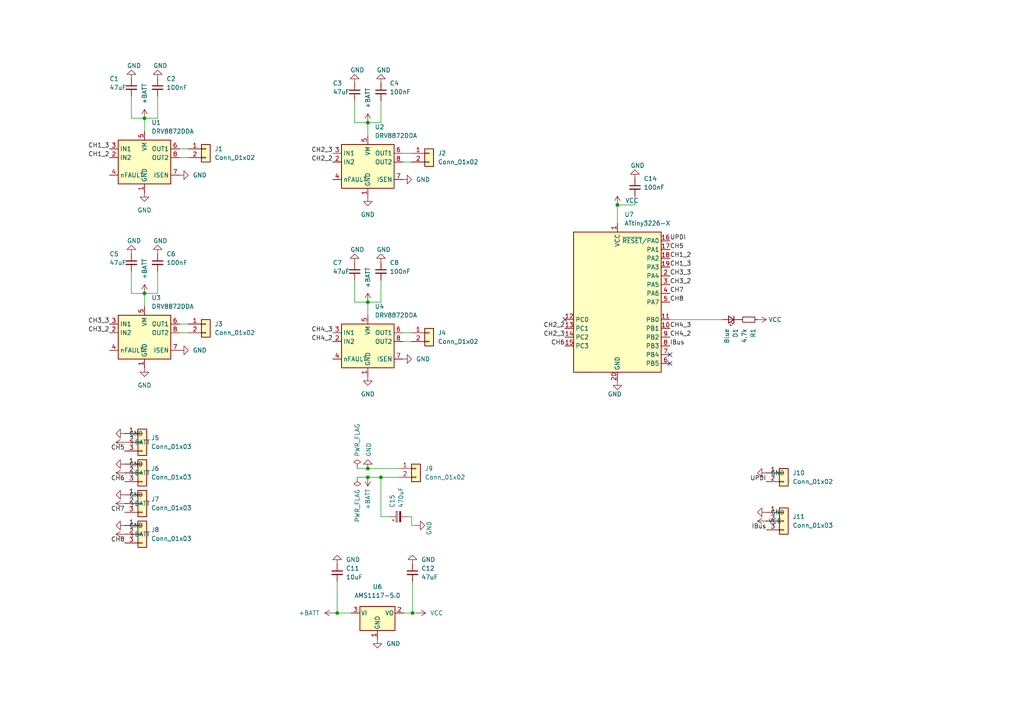
<source format=kicad_sch>
(kicad_sch (version 20211123) (generator eeschema)

  (uuid 798d43f7-598b-4cf1-ac7b-acbad96c8199)

  (paper "A4")

  (lib_symbols
    (symbol "Connector_Generic:Conn_01x02" (pin_names (offset 1.016) hide) (in_bom yes) (on_board yes)
      (property "Reference" "J" (id 0) (at 0 2.54 0)
        (effects (font (size 1.27 1.27)))
      )
      (property "Value" "Conn_01x02" (id 1) (at 0 -5.08 0)
        (effects (font (size 1.27 1.27)))
      )
      (property "Footprint" "" (id 2) (at 0 0 0)
        (effects (font (size 1.27 1.27)) hide)
      )
      (property "Datasheet" "~" (id 3) (at 0 0 0)
        (effects (font (size 1.27 1.27)) hide)
      )
      (property "ki_keywords" "connector" (id 4) (at 0 0 0)
        (effects (font (size 1.27 1.27)) hide)
      )
      (property "ki_description" "Generic connector, single row, 01x02, script generated (kicad-library-utils/schlib/autogen/connector/)" (id 5) (at 0 0 0)
        (effects (font (size 1.27 1.27)) hide)
      )
      (property "ki_fp_filters" "Connector*:*_1x??_*" (id 6) (at 0 0 0)
        (effects (font (size 1.27 1.27)) hide)
      )
      (symbol "Conn_01x02_1_1"
        (rectangle (start -1.27 -2.413) (end 0 -2.667)
          (stroke (width 0.1524) (type default) (color 0 0 0 0))
          (fill (type none))
        )
        (rectangle (start -1.27 0.127) (end 0 -0.127)
          (stroke (width 0.1524) (type default) (color 0 0 0 0))
          (fill (type none))
        )
        (rectangle (start -1.27 1.27) (end 1.27 -3.81)
          (stroke (width 0.254) (type default) (color 0 0 0 0))
          (fill (type background))
        )
        (pin passive line (at -5.08 0 0) (length 3.81)
          (name "Pin_1" (effects (font (size 1.27 1.27))))
          (number "1" (effects (font (size 1.27 1.27))))
        )
        (pin passive line (at -5.08 -2.54 0) (length 3.81)
          (name "Pin_2" (effects (font (size 1.27 1.27))))
          (number "2" (effects (font (size 1.27 1.27))))
        )
      )
    )
    (symbol "Connector_Generic:Conn_01x03" (pin_names (offset 1.016) hide) (in_bom yes) (on_board yes)
      (property "Reference" "J" (id 0) (at 0 5.08 0)
        (effects (font (size 1.27 1.27)))
      )
      (property "Value" "Conn_01x03" (id 1) (at 0 -5.08 0)
        (effects (font (size 1.27 1.27)))
      )
      (property "Footprint" "" (id 2) (at 0 0 0)
        (effects (font (size 1.27 1.27)) hide)
      )
      (property "Datasheet" "~" (id 3) (at 0 0 0)
        (effects (font (size 1.27 1.27)) hide)
      )
      (property "ki_keywords" "connector" (id 4) (at 0 0 0)
        (effects (font (size 1.27 1.27)) hide)
      )
      (property "ki_description" "Generic connector, single row, 01x03, script generated (kicad-library-utils/schlib/autogen/connector/)" (id 5) (at 0 0 0)
        (effects (font (size 1.27 1.27)) hide)
      )
      (property "ki_fp_filters" "Connector*:*_1x??_*" (id 6) (at 0 0 0)
        (effects (font (size 1.27 1.27)) hide)
      )
      (symbol "Conn_01x03_1_1"
        (rectangle (start -1.27 -2.413) (end 0 -2.667)
          (stroke (width 0.1524) (type default) (color 0 0 0 0))
          (fill (type none))
        )
        (rectangle (start -1.27 0.127) (end 0 -0.127)
          (stroke (width 0.1524) (type default) (color 0 0 0 0))
          (fill (type none))
        )
        (rectangle (start -1.27 2.667) (end 0 2.413)
          (stroke (width 0.1524) (type default) (color 0 0 0 0))
          (fill (type none))
        )
        (rectangle (start -1.27 3.81) (end 1.27 -3.81)
          (stroke (width 0.254) (type default) (color 0 0 0 0))
          (fill (type background))
        )
        (pin passive line (at -5.08 2.54 0) (length 3.81)
          (name "Pin_1" (effects (font (size 1.27 1.27))))
          (number "1" (effects (font (size 1.27 1.27))))
        )
        (pin passive line (at -5.08 0 0) (length 3.81)
          (name "Pin_2" (effects (font (size 1.27 1.27))))
          (number "2" (effects (font (size 1.27 1.27))))
        )
        (pin passive line (at -5.08 -2.54 0) (length 3.81)
          (name "Pin_3" (effects (font (size 1.27 1.27))))
          (number "3" (effects (font (size 1.27 1.27))))
        )
      )
    )
    (symbol "Device:C_Polarized_Small" (pin_numbers hide) (pin_names (offset 0.254) hide) (in_bom yes) (on_board yes)
      (property "Reference" "C" (id 0) (at 0.254 1.778 0)
        (effects (font (size 1.27 1.27)) (justify left))
      )
      (property "Value" "C_Polarized_Small" (id 1) (at 0.254 -2.032 0)
        (effects (font (size 1.27 1.27)) (justify left))
      )
      (property "Footprint" "" (id 2) (at 0 0 0)
        (effects (font (size 1.27 1.27)) hide)
      )
      (property "Datasheet" "~" (id 3) (at 0 0 0)
        (effects (font (size 1.27 1.27)) hide)
      )
      (property "ki_keywords" "cap capacitor" (id 4) (at 0 0 0)
        (effects (font (size 1.27 1.27)) hide)
      )
      (property "ki_description" "Polarized capacitor, small symbol" (id 5) (at 0 0 0)
        (effects (font (size 1.27 1.27)) hide)
      )
      (property "ki_fp_filters" "CP_*" (id 6) (at 0 0 0)
        (effects (font (size 1.27 1.27)) hide)
      )
      (symbol "C_Polarized_Small_0_1"
        (rectangle (start -1.524 -0.3048) (end 1.524 -0.6858)
          (stroke (width 0) (type default) (color 0 0 0 0))
          (fill (type outline))
        )
        (rectangle (start -1.524 0.6858) (end 1.524 0.3048)
          (stroke (width 0) (type default) (color 0 0 0 0))
          (fill (type none))
        )
        (polyline
          (pts
            (xy -1.27 1.524)
            (xy -0.762 1.524)
          )
          (stroke (width 0) (type default) (color 0 0 0 0))
          (fill (type none))
        )
        (polyline
          (pts
            (xy -1.016 1.27)
            (xy -1.016 1.778)
          )
          (stroke (width 0) (type default) (color 0 0 0 0))
          (fill (type none))
        )
      )
      (symbol "C_Polarized_Small_1_1"
        (pin passive line (at 0 2.54 270) (length 1.8542)
          (name "~" (effects (font (size 1.27 1.27))))
          (number "1" (effects (font (size 1.27 1.27))))
        )
        (pin passive line (at 0 -2.54 90) (length 1.8542)
          (name "~" (effects (font (size 1.27 1.27))))
          (number "2" (effects (font (size 1.27 1.27))))
        )
      )
    )
    (symbol "Device:C_Small" (pin_numbers hide) (pin_names (offset 0.254) hide) (in_bom yes) (on_board yes)
      (property "Reference" "C" (id 0) (at 0.254 1.778 0)
        (effects (font (size 1.27 1.27)) (justify left))
      )
      (property "Value" "C_Small" (id 1) (at 0.254 -2.032 0)
        (effects (font (size 1.27 1.27)) (justify left))
      )
      (property "Footprint" "" (id 2) (at 0 0 0)
        (effects (font (size 1.27 1.27)) hide)
      )
      (property "Datasheet" "~" (id 3) (at 0 0 0)
        (effects (font (size 1.27 1.27)) hide)
      )
      (property "ki_keywords" "capacitor cap" (id 4) (at 0 0 0)
        (effects (font (size 1.27 1.27)) hide)
      )
      (property "ki_description" "Unpolarized capacitor, small symbol" (id 5) (at 0 0 0)
        (effects (font (size 1.27 1.27)) hide)
      )
      (property "ki_fp_filters" "C_*" (id 6) (at 0 0 0)
        (effects (font (size 1.27 1.27)) hide)
      )
      (symbol "C_Small_0_1"
        (polyline
          (pts
            (xy -1.524 -0.508)
            (xy 1.524 -0.508)
          )
          (stroke (width 0.3302) (type default) (color 0 0 0 0))
          (fill (type none))
        )
        (polyline
          (pts
            (xy -1.524 0.508)
            (xy 1.524 0.508)
          )
          (stroke (width 0.3048) (type default) (color 0 0 0 0))
          (fill (type none))
        )
      )
      (symbol "C_Small_1_1"
        (pin passive line (at 0 2.54 270) (length 2.032)
          (name "~" (effects (font (size 1.27 1.27))))
          (number "1" (effects (font (size 1.27 1.27))))
        )
        (pin passive line (at 0 -2.54 90) (length 2.032)
          (name "~" (effects (font (size 1.27 1.27))))
          (number "2" (effects (font (size 1.27 1.27))))
        )
      )
    )
    (symbol "Device:LED_Small" (pin_numbers hide) (pin_names (offset 0.254) hide) (in_bom yes) (on_board yes)
      (property "Reference" "D" (id 0) (at -1.27 3.175 0)
        (effects (font (size 1.27 1.27)) (justify left))
      )
      (property "Value" "LED_Small" (id 1) (at -4.445 -2.54 0)
        (effects (font (size 1.27 1.27)) (justify left))
      )
      (property "Footprint" "" (id 2) (at 0 0 90)
        (effects (font (size 1.27 1.27)) hide)
      )
      (property "Datasheet" "~" (id 3) (at 0 0 90)
        (effects (font (size 1.27 1.27)) hide)
      )
      (property "ki_keywords" "LED diode light-emitting-diode" (id 4) (at 0 0 0)
        (effects (font (size 1.27 1.27)) hide)
      )
      (property "ki_description" "Light emitting diode, small symbol" (id 5) (at 0 0 0)
        (effects (font (size 1.27 1.27)) hide)
      )
      (property "ki_fp_filters" "LED* LED_SMD:* LED_THT:*" (id 6) (at 0 0 0)
        (effects (font (size 1.27 1.27)) hide)
      )
      (symbol "LED_Small_0_1"
        (polyline
          (pts
            (xy -0.762 -1.016)
            (xy -0.762 1.016)
          )
          (stroke (width 0.254) (type default) (color 0 0 0 0))
          (fill (type none))
        )
        (polyline
          (pts
            (xy 1.016 0)
            (xy -0.762 0)
          )
          (stroke (width 0) (type default) (color 0 0 0 0))
          (fill (type none))
        )
        (polyline
          (pts
            (xy 0.762 -1.016)
            (xy -0.762 0)
            (xy 0.762 1.016)
            (xy 0.762 -1.016)
          )
          (stroke (width 0.254) (type default) (color 0 0 0 0))
          (fill (type none))
        )
        (polyline
          (pts
            (xy 0 0.762)
            (xy -0.508 1.27)
            (xy -0.254 1.27)
            (xy -0.508 1.27)
            (xy -0.508 1.016)
          )
          (stroke (width 0) (type default) (color 0 0 0 0))
          (fill (type none))
        )
        (polyline
          (pts
            (xy 0.508 1.27)
            (xy 0 1.778)
            (xy 0.254 1.778)
            (xy 0 1.778)
            (xy 0 1.524)
          )
          (stroke (width 0) (type default) (color 0 0 0 0))
          (fill (type none))
        )
      )
      (symbol "LED_Small_1_1"
        (pin passive line (at -2.54 0 0) (length 1.778)
          (name "K" (effects (font (size 1.27 1.27))))
          (number "1" (effects (font (size 1.27 1.27))))
        )
        (pin passive line (at 2.54 0 180) (length 1.778)
          (name "A" (effects (font (size 1.27 1.27))))
          (number "2" (effects (font (size 1.27 1.27))))
        )
      )
    )
    (symbol "Device:R_Small" (pin_numbers hide) (pin_names (offset 0.254) hide) (in_bom yes) (on_board yes)
      (property "Reference" "R" (id 0) (at 0.762 0.508 0)
        (effects (font (size 1.27 1.27)) (justify left))
      )
      (property "Value" "R_Small" (id 1) (at 0.762 -1.016 0)
        (effects (font (size 1.27 1.27)) (justify left))
      )
      (property "Footprint" "" (id 2) (at 0 0 0)
        (effects (font (size 1.27 1.27)) hide)
      )
      (property "Datasheet" "~" (id 3) (at 0 0 0)
        (effects (font (size 1.27 1.27)) hide)
      )
      (property "ki_keywords" "R resistor" (id 4) (at 0 0 0)
        (effects (font (size 1.27 1.27)) hide)
      )
      (property "ki_description" "Resistor, small symbol" (id 5) (at 0 0 0)
        (effects (font (size 1.27 1.27)) hide)
      )
      (property "ki_fp_filters" "R_*" (id 6) (at 0 0 0)
        (effects (font (size 1.27 1.27)) hide)
      )
      (symbol "R_Small_0_1"
        (rectangle (start -0.762 1.778) (end 0.762 -1.778)
          (stroke (width 0.2032) (type default) (color 0 0 0 0))
          (fill (type none))
        )
      )
      (symbol "R_Small_1_1"
        (pin passive line (at 0 2.54 270) (length 0.762)
          (name "~" (effects (font (size 1.27 1.27))))
          (number "1" (effects (font (size 1.27 1.27))))
        )
        (pin passive line (at 0 -2.54 90) (length 0.762)
          (name "~" (effects (font (size 1.27 1.27))))
          (number "2" (effects (font (size 1.27 1.27))))
        )
      )
    )
    (symbol "Driver_Motor:DRV8872DDA" (in_bom yes) (on_board yes)
      (property "Reference" "U" (id 0) (at -6.35 6.35 0)
        (effects (font (size 1.27 1.27)))
      )
      (property "Value" "DRV8872DDA" (id 1) (at 8.89 6.35 0)
        (effects (font (size 1.27 1.27)))
      )
      (property "Footprint" "Package_SO:Texas_HTSOP-8-1EP_3.9x4.9mm_P1.27mm_EP2.95x4.9mm_Mask2.4x3.1mm_ThermalVias" (id 2) (at 5.08 -2.54 0)
        (effects (font (size 1.27 1.27)) hide)
      )
      (property "Datasheet" "http://www.ti.com/lit/ds/symlink/drv8872.pdf" (id 3) (at -6.35 8.89 0)
        (effects (font (size 1.27 1.27)) hide)
      )
      (property "ki_keywords" "H-bridge driver motor current limit" (id 4) (at 0 0 0)
        (effects (font (size 1.27 1.27)) hide)
      )
      (property "ki_description" "Brushed DC Motor Driver, PWM Control, 45V, 3.6A, Current limiting, Fault Reporting, HTSOP-8" (id 5) (at 0 0 0)
        (effects (font (size 1.27 1.27)) hide)
      )
      (property "ki_fp_filters" "Texas*HTSOP*1EP*3.9x4.9mm*P1.27mm*EP2.95x4.9mm*Mask2.4x3.1mm*" (id 6) (at 0 0 0)
        (effects (font (size 1.27 1.27)) hide)
      )
      (symbol "DRV8872DDA_0_1"
        (rectangle (start -7.62 5.08) (end 7.62 -7.62)
          (stroke (width 0.254) (type default) (color 0 0 0 0))
          (fill (type background))
        )
      )
      (symbol "DRV8872DDA_1_1"
        (pin power_in line (at 0 -10.16 90) (length 2.54)
          (name "GND" (effects (font (size 1.27 1.27))))
          (number "1" (effects (font (size 1.27 1.27))))
        )
        (pin input line (at -10.16 0 0) (length 2.54)
          (name "IN2" (effects (font (size 1.27 1.27))))
          (number "2" (effects (font (size 1.27 1.27))))
        )
        (pin input line (at -10.16 2.54 0) (length 2.54)
          (name "IN1" (effects (font (size 1.27 1.27))))
          (number "3" (effects (font (size 1.27 1.27))))
        )
        (pin open_collector line (at -10.16 -5.08 0) (length 2.54)
          (name "nFAULT" (effects (font (size 1.27 1.27))))
          (number "4" (effects (font (size 1.27 1.27))))
        )
        (pin power_in line (at 0 7.62 270) (length 2.54)
          (name "VM" (effects (font (size 1.27 1.27))))
          (number "5" (effects (font (size 1.27 1.27))))
        )
        (pin output line (at 10.16 2.54 180) (length 2.54)
          (name "OUT1" (effects (font (size 1.27 1.27))))
          (number "6" (effects (font (size 1.27 1.27))))
        )
        (pin passive line (at 10.16 -5.08 180) (length 2.54)
          (name "ISEN" (effects (font (size 1.27 1.27))))
          (number "7" (effects (font (size 1.27 1.27))))
        )
        (pin output line (at 10.16 0 180) (length 2.54)
          (name "OUT2" (effects (font (size 1.27 1.27))))
          (number "8" (effects (font (size 1.27 1.27))))
        )
        (pin passive line (at 0 -10.16 90) (length 2.54) hide
          (name "GND" (effects (font (size 1.27 1.27))))
          (number "9" (effects (font (size 1.27 1.27))))
        )
      )
    )
    (symbol "MCU_Microchip_ATtiny:ATtiny3226-X" (in_bom yes) (on_board yes)
      (property "Reference" "U" (id 0) (at -12.7 21.59 0)
        (effects (font (size 1.27 1.27)) (justify left bottom))
      )
      (property "Value" "ATtiny3226-X" (id 1) (at 2.54 -21.59 0)
        (effects (font (size 1.27 1.27)) (justify left top))
      )
      (property "Footprint" "Package_SO:SSOP-20_5.3x7.2mm_P0.65mm" (id 2) (at 0 0 0)
        (effects (font (size 1.27 1.27) italic) hide)
      )
      (property "Datasheet" "https://ww1.microchip.com/downloads/en/DeviceDoc/ATtiny3224-3226-3227-Data-Sheet-DS40002345A.pdf" (id 3) (at 0 0 0)
        (effects (font (size 1.27 1.27)) hide)
      )
      (property "ki_keywords" "AVR 8bit Microcontroller tinyAVR" (id 4) (at 0 0 0)
        (effects (font (size 1.27 1.27)) hide)
      )
      (property "ki_description" "20MHz, 32kB Flash, 3kB SRAM, 256B EEPROM, SSOP-20" (id 5) (at 0 0 0)
        (effects (font (size 1.27 1.27)) hide)
      )
      (property "ki_fp_filters" "SSOP*5.3x7.2mm*P0.65mm*" (id 6) (at 0 0 0)
        (effects (font (size 1.27 1.27)) hide)
      )
      (symbol "ATtiny3226-X_0_1"
        (rectangle (start -12.7 -20.32) (end 12.7 20.32)
          (stroke (width 0.254) (type default) (color 0 0 0 0))
          (fill (type background))
        )
      )
      (symbol "ATtiny3226-X_1_1"
        (pin power_in line (at 0 22.86 270) (length 2.54)
          (name "VCC" (effects (font (size 1.27 1.27))))
          (number "1" (effects (font (size 1.27 1.27))))
        )
        (pin bidirectional line (at 15.24 -7.62 180) (length 2.54)
          (name "PB1" (effects (font (size 1.27 1.27))))
          (number "10" (effects (font (size 1.27 1.27))))
        )
        (pin bidirectional line (at 15.24 -5.08 180) (length 2.54)
          (name "PB0" (effects (font (size 1.27 1.27))))
          (number "11" (effects (font (size 1.27 1.27))))
        )
        (pin bidirectional line (at -15.24 -5.08 0) (length 2.54)
          (name "PC0" (effects (font (size 1.27 1.27))))
          (number "12" (effects (font (size 1.27 1.27))))
        )
        (pin bidirectional line (at -15.24 -7.62 0) (length 2.54)
          (name "PC1" (effects (font (size 1.27 1.27))))
          (number "13" (effects (font (size 1.27 1.27))))
        )
        (pin bidirectional line (at -15.24 -10.16 0) (length 2.54)
          (name "PC2" (effects (font (size 1.27 1.27))))
          (number "14" (effects (font (size 1.27 1.27))))
        )
        (pin bidirectional line (at -15.24 -12.7 0) (length 2.54)
          (name "PC3" (effects (font (size 1.27 1.27))))
          (number "15" (effects (font (size 1.27 1.27))))
        )
        (pin bidirectional line (at 15.24 17.78 180) (length 2.54)
          (name "~{RESET}/PA0" (effects (font (size 1.27 1.27))))
          (number "16" (effects (font (size 1.27 1.27))))
        )
        (pin bidirectional line (at 15.24 15.24 180) (length 2.54)
          (name "PA1" (effects (font (size 1.27 1.27))))
          (number "17" (effects (font (size 1.27 1.27))))
        )
        (pin bidirectional line (at 15.24 12.7 180) (length 2.54)
          (name "PA2" (effects (font (size 1.27 1.27))))
          (number "18" (effects (font (size 1.27 1.27))))
        )
        (pin bidirectional line (at 15.24 10.16 180) (length 2.54)
          (name "PA3" (effects (font (size 1.27 1.27))))
          (number "19" (effects (font (size 1.27 1.27))))
        )
        (pin bidirectional line (at 15.24 7.62 180) (length 2.54)
          (name "PA4" (effects (font (size 1.27 1.27))))
          (number "2" (effects (font (size 1.27 1.27))))
        )
        (pin power_in line (at 0 -22.86 90) (length 2.54)
          (name "GND" (effects (font (size 1.27 1.27))))
          (number "20" (effects (font (size 1.27 1.27))))
        )
        (pin bidirectional line (at 15.24 5.08 180) (length 2.54)
          (name "PA5" (effects (font (size 1.27 1.27))))
          (number "3" (effects (font (size 1.27 1.27))))
        )
        (pin bidirectional line (at 15.24 2.54 180) (length 2.54)
          (name "PA6" (effects (font (size 1.27 1.27))))
          (number "4" (effects (font (size 1.27 1.27))))
        )
        (pin bidirectional line (at 15.24 0 180) (length 2.54)
          (name "PA7" (effects (font (size 1.27 1.27))))
          (number "5" (effects (font (size 1.27 1.27))))
        )
        (pin bidirectional line (at 15.24 -17.78 180) (length 2.54)
          (name "PB5" (effects (font (size 1.27 1.27))))
          (number "6" (effects (font (size 1.27 1.27))))
        )
        (pin bidirectional line (at 15.24 -15.24 180) (length 2.54)
          (name "PB4" (effects (font (size 1.27 1.27))))
          (number "7" (effects (font (size 1.27 1.27))))
        )
        (pin bidirectional line (at 15.24 -12.7 180) (length 2.54)
          (name "PB3" (effects (font (size 1.27 1.27))))
          (number "8" (effects (font (size 1.27 1.27))))
        )
        (pin bidirectional line (at 15.24 -10.16 180) (length 2.54)
          (name "PB2" (effects (font (size 1.27 1.27))))
          (number "9" (effects (font (size 1.27 1.27))))
        )
      )
    )
    (symbol "Regulator_Linear:AMS1117-5.0" (pin_names (offset 0.254)) (in_bom yes) (on_board yes)
      (property "Reference" "U" (id 0) (at -3.81 3.175 0)
        (effects (font (size 1.27 1.27)))
      )
      (property "Value" "AMS1117-5.0" (id 1) (at 0 3.175 0)
        (effects (font (size 1.27 1.27)) (justify left))
      )
      (property "Footprint" "Package_TO_SOT_SMD:SOT-223-3_TabPin2" (id 2) (at 0 5.08 0)
        (effects (font (size 1.27 1.27)) hide)
      )
      (property "Datasheet" "http://www.advanced-monolithic.com/pdf/ds1117.pdf" (id 3) (at 2.54 -6.35 0)
        (effects (font (size 1.27 1.27)) hide)
      )
      (property "ki_keywords" "linear regulator ldo fixed positive" (id 4) (at 0 0 0)
        (effects (font (size 1.27 1.27)) hide)
      )
      (property "ki_description" "1A Low Dropout regulator, positive, 5.0V fixed output, SOT-223" (id 5) (at 0 0 0)
        (effects (font (size 1.27 1.27)) hide)
      )
      (property "ki_fp_filters" "SOT?223*TabPin2*" (id 6) (at 0 0 0)
        (effects (font (size 1.27 1.27)) hide)
      )
      (symbol "AMS1117-5.0_0_1"
        (rectangle (start -5.08 -5.08) (end 5.08 1.905)
          (stroke (width 0.254) (type default) (color 0 0 0 0))
          (fill (type background))
        )
      )
      (symbol "AMS1117-5.0_1_1"
        (pin power_in line (at 0 -7.62 90) (length 2.54)
          (name "GND" (effects (font (size 1.27 1.27))))
          (number "1" (effects (font (size 1.27 1.27))))
        )
        (pin power_out line (at 7.62 0 180) (length 2.54)
          (name "VO" (effects (font (size 1.27 1.27))))
          (number "2" (effects (font (size 1.27 1.27))))
        )
        (pin power_in line (at -7.62 0 0) (length 2.54)
          (name "VI" (effects (font (size 1.27 1.27))))
          (number "3" (effects (font (size 1.27 1.27))))
        )
      )
    )
    (symbol "power:+BATT" (power) (pin_names (offset 0)) (in_bom yes) (on_board yes)
      (property "Reference" "#PWR" (id 0) (at 0 -3.81 0)
        (effects (font (size 1.27 1.27)) hide)
      )
      (property "Value" "+BATT" (id 1) (at 0 3.556 0)
        (effects (font (size 1.27 1.27)))
      )
      (property "Footprint" "" (id 2) (at 0 0 0)
        (effects (font (size 1.27 1.27)) hide)
      )
      (property "Datasheet" "" (id 3) (at 0 0 0)
        (effects (font (size 1.27 1.27)) hide)
      )
      (property "ki_keywords" "power-flag battery" (id 4) (at 0 0 0)
        (effects (font (size 1.27 1.27)) hide)
      )
      (property "ki_description" "Power symbol creates a global label with name \"+BATT\"" (id 5) (at 0 0 0)
        (effects (font (size 1.27 1.27)) hide)
      )
      (symbol "+BATT_0_1"
        (polyline
          (pts
            (xy -0.762 1.27)
            (xy 0 2.54)
          )
          (stroke (width 0) (type default) (color 0 0 0 0))
          (fill (type none))
        )
        (polyline
          (pts
            (xy 0 0)
            (xy 0 2.54)
          )
          (stroke (width 0) (type default) (color 0 0 0 0))
          (fill (type none))
        )
        (polyline
          (pts
            (xy 0 2.54)
            (xy 0.762 1.27)
          )
          (stroke (width 0) (type default) (color 0 0 0 0))
          (fill (type none))
        )
      )
      (symbol "+BATT_1_1"
        (pin power_in line (at 0 0 90) (length 0) hide
          (name "+BATT" (effects (font (size 1.27 1.27))))
          (number "1" (effects (font (size 1.27 1.27))))
        )
      )
    )
    (symbol "power:GND" (power) (pin_names (offset 0)) (in_bom yes) (on_board yes)
      (property "Reference" "#PWR" (id 0) (at 0 -6.35 0)
        (effects (font (size 1.27 1.27)) hide)
      )
      (property "Value" "GND" (id 1) (at 0 -3.81 0)
        (effects (font (size 1.27 1.27)))
      )
      (property "Footprint" "" (id 2) (at 0 0 0)
        (effects (font (size 1.27 1.27)) hide)
      )
      (property "Datasheet" "" (id 3) (at 0 0 0)
        (effects (font (size 1.27 1.27)) hide)
      )
      (property "ki_keywords" "power-flag" (id 4) (at 0 0 0)
        (effects (font (size 1.27 1.27)) hide)
      )
      (property "ki_description" "Power symbol creates a global label with name \"GND\" , ground" (id 5) (at 0 0 0)
        (effects (font (size 1.27 1.27)) hide)
      )
      (symbol "GND_0_1"
        (polyline
          (pts
            (xy 0 0)
            (xy 0 -1.27)
            (xy 1.27 -1.27)
            (xy 0 -2.54)
            (xy -1.27 -1.27)
            (xy 0 -1.27)
          )
          (stroke (width 0) (type default) (color 0 0 0 0))
          (fill (type none))
        )
      )
      (symbol "GND_1_1"
        (pin power_in line (at 0 0 270) (length 0) hide
          (name "GND" (effects (font (size 1.27 1.27))))
          (number "1" (effects (font (size 1.27 1.27))))
        )
      )
    )
    (symbol "power:PWR_FLAG" (power) (pin_numbers hide) (pin_names (offset 0) hide) (in_bom yes) (on_board yes)
      (property "Reference" "#FLG" (id 0) (at 0 1.905 0)
        (effects (font (size 1.27 1.27)) hide)
      )
      (property "Value" "PWR_FLAG" (id 1) (at 0 3.81 0)
        (effects (font (size 1.27 1.27)))
      )
      (property "Footprint" "" (id 2) (at 0 0 0)
        (effects (font (size 1.27 1.27)) hide)
      )
      (property "Datasheet" "~" (id 3) (at 0 0 0)
        (effects (font (size 1.27 1.27)) hide)
      )
      (property "ki_keywords" "power-flag" (id 4) (at 0 0 0)
        (effects (font (size 1.27 1.27)) hide)
      )
      (property "ki_description" "Special symbol for telling ERC where power comes from" (id 5) (at 0 0 0)
        (effects (font (size 1.27 1.27)) hide)
      )
      (symbol "PWR_FLAG_0_0"
        (pin power_out line (at 0 0 90) (length 0)
          (name "pwr" (effects (font (size 1.27 1.27))))
          (number "1" (effects (font (size 1.27 1.27))))
        )
      )
      (symbol "PWR_FLAG_0_1"
        (polyline
          (pts
            (xy 0 0)
            (xy 0 1.27)
            (xy -1.016 1.905)
            (xy 0 2.54)
            (xy 1.016 1.905)
            (xy 0 1.27)
          )
          (stroke (width 0) (type default) (color 0 0 0 0))
          (fill (type none))
        )
      )
    )
    (symbol "power:VCC" (power) (pin_names (offset 0)) (in_bom yes) (on_board yes)
      (property "Reference" "#PWR" (id 0) (at 0 -3.81 0)
        (effects (font (size 1.27 1.27)) hide)
      )
      (property "Value" "VCC" (id 1) (at 0 3.81 0)
        (effects (font (size 1.27 1.27)))
      )
      (property "Footprint" "" (id 2) (at 0 0 0)
        (effects (font (size 1.27 1.27)) hide)
      )
      (property "Datasheet" "" (id 3) (at 0 0 0)
        (effects (font (size 1.27 1.27)) hide)
      )
      (property "ki_keywords" "power-flag" (id 4) (at 0 0 0)
        (effects (font (size 1.27 1.27)) hide)
      )
      (property "ki_description" "Power symbol creates a global label with name \"VCC\"" (id 5) (at 0 0 0)
        (effects (font (size 1.27 1.27)) hide)
      )
      (symbol "VCC_0_1"
        (polyline
          (pts
            (xy -0.762 1.27)
            (xy 0 2.54)
          )
          (stroke (width 0) (type default) (color 0 0 0 0))
          (fill (type none))
        )
        (polyline
          (pts
            (xy 0 0)
            (xy 0 2.54)
          )
          (stroke (width 0) (type default) (color 0 0 0 0))
          (fill (type none))
        )
        (polyline
          (pts
            (xy 0 2.54)
            (xy 0.762 1.27)
          )
          (stroke (width 0) (type default) (color 0 0 0 0))
          (fill (type none))
        )
      )
      (symbol "VCC_1_1"
        (pin power_in line (at 0 0 90) (length 0) hide
          (name "VCC" (effects (font (size 1.27 1.27))))
          (number "1" (effects (font (size 1.27 1.27))))
        )
      )
    )
  )

  (junction (at 97.79 177.8) (diameter 0) (color 0 0 0 0)
    (uuid 089cea8a-ff8c-4c06-aed4-c24f69524f37)
  )
  (junction (at 110.49 138.43) (diameter 0) (color 0 0 0 0)
    (uuid 2f7bd335-77c1-4f35-9a6e-35af2e4ea8f2)
  )
  (junction (at 41.91 34.29) (diameter 0) (color 0 0 0 0)
    (uuid 726aa094-a5f9-4789-ae47-23a8b10af5d5)
  )
  (junction (at 41.91 85.09) (diameter 0) (color 0 0 0 0)
    (uuid 7b9293a5-76b0-4cdd-87b5-1cab4018405d)
  )
  (junction (at 106.68 138.43) (diameter 0) (color 0 0 0 0)
    (uuid 8a925a67-23dd-4bac-825e-84a4c550b5be)
  )
  (junction (at 106.68 35.56) (diameter 0) (color 0 0 0 0)
    (uuid b2ad2e6a-6302-4d2e-8973-78a0b3865e26)
  )
  (junction (at 106.68 135.89) (diameter 0) (color 0 0 0 0)
    (uuid b44406d8-7973-4cf2-a6b8-4c43876424e7)
  )
  (junction (at 179.07 59.436) (diameter 0) (color 0 0 0 0)
    (uuid cd7648e4-7818-44c2-b581-8a07bd09f1d3)
  )
  (junction (at 119.634 177.8) (diameter 0) (color 0 0 0 0)
    (uuid d84f67ec-aa7b-46f4-90b7-71c88a9ff62e)
  )
  (junction (at 106.68 87.63) (diameter 0) (color 0 0 0 0)
    (uuid d976a483-70e3-4f08-88b7-d922db401f1b)
  )

  (no_connect (at 194.31 105.41) (uuid ce3f6571-3b92-4ac7-8b1a-eed819966431))
  (no_connect (at 194.31 102.87) (uuid ce3f6571-3b92-4ac7-8b1a-eed819966431))
  (no_connect (at 163.83 92.71) (uuid ce3f6571-3b92-4ac7-8b1a-eed819966431))

  (wire (pts (xy 45.72 78.74) (xy 45.72 85.09))
    (stroke (width 0) (type default) (color 0 0 0 0))
    (uuid 059a97de-78b1-4f1c-8d9c-dffde3f52e6f)
  )
  (wire (pts (xy 194.31 92.71) (xy 209.55 92.71))
    (stroke (width 0) (type default) (color 0 0 0 0))
    (uuid 0adc8d77-408f-4ba7-b45e-a18687439a59)
  )
  (wire (pts (xy 119.38 152.4) (xy 120.65 152.4))
    (stroke (width 0) (type default) (color 0 0 0 0))
    (uuid 1fc66eef-1732-4a28-b0d8-7192332d3c6b)
  )
  (wire (pts (xy 102.87 29.21) (xy 102.87 35.56))
    (stroke (width 0) (type default) (color 0 0 0 0))
    (uuid 222ca3eb-80cd-4cdb-8d17-dc4a2742447f)
  )
  (wire (pts (xy 106.68 35.56) (xy 106.68 39.37))
    (stroke (width 0) (type default) (color 0 0 0 0))
    (uuid 22d67190-cac7-4c87-a638-9563a62201fd)
  )
  (wire (pts (xy 110.49 138.43) (xy 115.57 138.43))
    (stroke (width 0) (type default) (color 0 0 0 0))
    (uuid 259e62f9-6afa-4e48-b752-122c83578aa7)
  )
  (wire (pts (xy 102.87 81.28) (xy 102.87 87.63))
    (stroke (width 0) (type default) (color 0 0 0 0))
    (uuid 291f0f2a-ec85-40ae-aad9-3d89b77dec9a)
  )
  (wire (pts (xy 106.68 35.56) (xy 102.87 35.56))
    (stroke (width 0) (type default) (color 0 0 0 0))
    (uuid 2cbd0639-e5c0-40d4-b833-ce938c59d5e0)
  )
  (wire (pts (xy 116.84 96.52) (xy 119.38 96.52))
    (stroke (width 0) (type default) (color 0 0 0 0))
    (uuid 306a3d33-70aa-434f-a5c2-a44a9e351266)
  )
  (wire (pts (xy 106.68 135.89) (xy 115.57 135.89))
    (stroke (width 0) (type default) (color 0 0 0 0))
    (uuid 3bd3a0e9-5b5a-4b2c-aa72-068541279116)
  )
  (wire (pts (xy 119.634 168.656) (xy 119.634 177.8))
    (stroke (width 0) (type default) (color 0 0 0 0))
    (uuid 40fa0bc4-047b-4dd4-8cab-6ef07ab32a6e)
  )
  (wire (pts (xy 52.07 43.18) (xy 54.61 43.18))
    (stroke (width 0) (type default) (color 0 0 0 0))
    (uuid 47f4d908-dce8-4893-a40b-243d5ce22aac)
  )
  (wire (pts (xy 41.91 34.29) (xy 38.1 34.29))
    (stroke (width 0) (type default) (color 0 0 0 0))
    (uuid 4a297b2b-942c-49a0-a15a-08f9d71b493a)
  )
  (wire (pts (xy 110.49 29.21) (xy 110.49 35.56))
    (stroke (width 0) (type default) (color 0 0 0 0))
    (uuid 589a3f83-c9cd-420b-bbac-778021a37714)
  )
  (wire (pts (xy 38.1 27.94) (xy 38.1 34.29))
    (stroke (width 0) (type default) (color 0 0 0 0))
    (uuid 6dbcf1ad-7a91-49d9-8776-f4604ed7566a)
  )
  (wire (pts (xy 41.91 34.29) (xy 41.91 38.1))
    (stroke (width 0) (type default) (color 0 0 0 0))
    (uuid 6dd90c1c-6e43-4512-8bf6-79a3ff494794)
  )
  (wire (pts (xy 113.03 149.86) (xy 110.49 149.86))
    (stroke (width 0) (type default) (color 0 0 0 0))
    (uuid 71791796-3be7-45b9-84ff-eb089629ba22)
  )
  (wire (pts (xy 116.84 46.99) (xy 119.38 46.99))
    (stroke (width 0) (type default) (color 0 0 0 0))
    (uuid 740cde0b-5828-4df5-b429-79827956970e)
  )
  (wire (pts (xy 116.84 99.06) (xy 119.38 99.06))
    (stroke (width 0) (type default) (color 0 0 0 0))
    (uuid 7b49f77e-7f89-409e-8708-f4ef4c897add)
  )
  (wire (pts (xy 117.094 177.8) (xy 119.634 177.8))
    (stroke (width 0) (type default) (color 0 0 0 0))
    (uuid 7b91eca4-ebdf-4e3b-ba63-1a1141f134ee)
  )
  (wire (pts (xy 103.632 135.89) (xy 106.68 135.89))
    (stroke (width 0) (type default) (color 0 0 0 0))
    (uuid 7c12865b-0221-4d90-a777-b12b98df623c)
  )
  (wire (pts (xy 119.38 152.4) (xy 119.38 149.86))
    (stroke (width 0) (type default) (color 0 0 0 0))
    (uuid 7c21285a-7aff-4030-b70d-ed6bf180c5d1)
  )
  (wire (pts (xy 97.79 168.656) (xy 97.79 177.8))
    (stroke (width 0) (type default) (color 0 0 0 0))
    (uuid 7c5b5b94-42c5-4651-9b3c-304533dc416c)
  )
  (wire (pts (xy 179.07 59.436) (xy 179.07 64.77))
    (stroke (width 0) (type default) (color 0 0 0 0))
    (uuid 803bcc77-4678-4fe8-a78c-ad49abdd0b0e)
  )
  (wire (pts (xy 116.84 44.45) (xy 119.38 44.45))
    (stroke (width 0) (type default) (color 0 0 0 0))
    (uuid 834a1af6-817c-4683-b4bd-74b28f54e7cc)
  )
  (wire (pts (xy 110.49 149.86) (xy 110.49 138.43))
    (stroke (width 0) (type default) (color 0 0 0 0))
    (uuid 869b6151-5c97-4fbe-89c4-28c70480769a)
  )
  (wire (pts (xy 103.632 138.43) (xy 106.68 138.43))
    (stroke (width 0) (type default) (color 0 0 0 0))
    (uuid 8977460a-64bb-4b9e-8af6-01afb6f641e8)
  )
  (wire (pts (xy 45.72 85.09) (xy 41.91 85.09))
    (stroke (width 0) (type default) (color 0 0 0 0))
    (uuid 8a042001-a01e-42f5-8a9a-6e8c56096a0a)
  )
  (wire (pts (xy 106.68 87.63) (xy 102.87 87.63))
    (stroke (width 0) (type default) (color 0 0 0 0))
    (uuid 93e0d350-ac2f-4c5a-9c2d-b4fdfa8a0f92)
  )
  (wire (pts (xy 96.774 177.8) (xy 97.79 177.8))
    (stroke (width 0) (type default) (color 0 0 0 0))
    (uuid 9a926014-a84d-41f2-99e3-d0fe6dd545a4)
  )
  (wire (pts (xy 119.634 177.8) (xy 120.904 177.8))
    (stroke (width 0) (type default) (color 0 0 0 0))
    (uuid 9c854e76-0df5-4bf0-b5d6-17070024dc01)
  )
  (wire (pts (xy 41.91 85.09) (xy 38.1 85.09))
    (stroke (width 0) (type default) (color 0 0 0 0))
    (uuid a09867f6-4fbd-477a-aec0-94f4f165cf6a)
  )
  (wire (pts (xy 97.79 177.8) (xy 101.854 177.8))
    (stroke (width 0) (type default) (color 0 0 0 0))
    (uuid a3b347d8-38fb-4987-a2f9-862cac268652)
  )
  (wire (pts (xy 184.15 59.436) (xy 179.07 59.436))
    (stroke (width 0) (type default) (color 0 0 0 0))
    (uuid ae68ef4d-233f-4525-b7e7-246e4f525075)
  )
  (wire (pts (xy 52.07 96.52) (xy 54.61 96.52))
    (stroke (width 0) (type default) (color 0 0 0 0))
    (uuid b4282185-caf7-48b0-98f2-060ea7c8119a)
  )
  (wire (pts (xy 184.15 56.896) (xy 184.15 59.436))
    (stroke (width 0) (type default) (color 0 0 0 0))
    (uuid be4e6007-50db-4ae0-8953-3f12b1db0d2f)
  )
  (wire (pts (xy 110.49 87.63) (xy 106.68 87.63))
    (stroke (width 0) (type default) (color 0 0 0 0))
    (uuid c5fb6ab1-94f5-48f1-a80d-2ad3c96f0696)
  )
  (wire (pts (xy 110.49 35.56) (xy 106.68 35.56))
    (stroke (width 0) (type default) (color 0 0 0 0))
    (uuid caef4d71-2d0f-406e-8c82-94b0f93a8f59)
  )
  (wire (pts (xy 45.72 27.94) (xy 45.72 34.29))
    (stroke (width 0) (type default) (color 0 0 0 0))
    (uuid d2661176-0eb8-40ec-91a8-f3fc698af2cc)
  )
  (wire (pts (xy 38.1 78.74) (xy 38.1 85.09))
    (stroke (width 0) (type default) (color 0 0 0 0))
    (uuid d57a855d-14d0-43a1-969e-d9928b900a34)
  )
  (wire (pts (xy 106.68 138.43) (xy 110.49 138.43))
    (stroke (width 0) (type default) (color 0 0 0 0))
    (uuid d76c6efc-45c1-4a39-89e7-b17935dcdf2d)
  )
  (wire (pts (xy 45.72 34.29) (xy 41.91 34.29))
    (stroke (width 0) (type default) (color 0 0 0 0))
    (uuid d8806daf-03c0-400e-af1f-8f65da0408c0)
  )
  (wire (pts (xy 110.49 81.28) (xy 110.49 87.63))
    (stroke (width 0) (type default) (color 0 0 0 0))
    (uuid e053a5b5-6651-449e-bd1b-34d13ca79f47)
  )
  (wire (pts (xy 106.68 87.63) (xy 106.68 91.44))
    (stroke (width 0) (type default) (color 0 0 0 0))
    (uuid e3003e0a-ddc9-47f6-bec7-1c6b5f9faea9)
  )
  (wire (pts (xy 52.07 93.98) (xy 54.61 93.98))
    (stroke (width 0) (type default) (color 0 0 0 0))
    (uuid e704e916-27d4-44cd-8a8c-8689ec12d90d)
  )
  (wire (pts (xy 52.07 45.72) (xy 54.61 45.72))
    (stroke (width 0) (type default) (color 0 0 0 0))
    (uuid ebc180ed-0d94-4d72-a61a-9855c57a12f6)
  )
  (wire (pts (xy 41.91 85.09) (xy 41.91 88.9))
    (stroke (width 0) (type default) (color 0 0 0 0))
    (uuid ecdbb435-193d-4439-ac12-6583d0bf442e)
  )
  (wire (pts (xy 119.38 149.86) (xy 118.11 149.86))
    (stroke (width 0) (type default) (color 0 0 0 0))
    (uuid ece43b8e-a476-4ad3-be19-96918bcc1a94)
  )

  (label "CH6" (at 36.195 139.7 180)
    (effects (font (size 1.27 1.27)) (justify right bottom))
    (uuid 01be1712-693e-44bd-a8ba-7380cf926810)
  )
  (label "CH5" (at 36.195 130.81 180)
    (effects (font (size 1.27 1.27)) (justify right bottom))
    (uuid 172bb3a2-95d0-462c-833e-6cc62fa673bd)
  )
  (label "CH8" (at 36.195 157.48 180)
    (effects (font (size 1.27 1.27)) (justify right bottom))
    (uuid 252ddf57-1cf1-45dc-bfc9-f54fcbf05e40)
  )
  (label "CH1_2" (at 194.31 74.93 0)
    (effects (font (size 1.27 1.27)) (justify left bottom))
    (uuid 29a679a6-6ae8-439d-aae6-1ad8d340e33a)
  )
  (label "CH3_2" (at 194.31 82.55 0)
    (effects (font (size 1.27 1.27)) (justify left bottom))
    (uuid 2d3c7c94-298f-4bbb-92e6-e80a2da381b2)
  )
  (label "CH3_2" (at 31.75 96.52 180)
    (effects (font (size 1.27 1.27)) (justify right bottom))
    (uuid 3f74d4ab-e0a8-4ef0-ba5e-f7f432c407be)
  )
  (label "CH8" (at 194.31 87.63 0)
    (effects (font (size 1.27 1.27)) (justify left bottom))
    (uuid 578f92fe-a74e-473b-91cd-0b92d019076d)
  )
  (label "CH3_3" (at 194.31 80.01 0)
    (effects (font (size 1.27 1.27)) (justify left bottom))
    (uuid 593a8220-439d-4254-b0b2-54139c7d6a43)
  )
  (label "CH5" (at 194.31 72.39 0)
    (effects (font (size 1.27 1.27)) (justify left bottom))
    (uuid 61ed9c47-8e91-4705-9084-c90ee0f9b12c)
  )
  (label "CH4_3" (at 96.52 96.52 180)
    (effects (font (size 1.27 1.27)) (justify right bottom))
    (uuid 6720836a-a3eb-4ebd-94f8-0406faa09a5a)
  )
  (label "CH4_2" (at 96.52 99.06 180)
    (effects (font (size 1.27 1.27)) (justify right bottom))
    (uuid 80723a3a-f2b6-4fb5-841c-f90788e24263)
  )
  (label "CH1_3" (at 194.31 77.47 0)
    (effects (font (size 1.27 1.27)) (justify left bottom))
    (uuid 8998ba5b-f685-4fda-8f45-f76ff4d9d6c5)
  )
  (label "CH2_2" (at 163.83 95.25 180)
    (effects (font (size 1.27 1.27)) (justify right bottom))
    (uuid 89c64846-9d31-41f6-b05b-fcd53b1afe66)
  )
  (label "UPDI" (at 222.25 139.7 180)
    (effects (font (size 1.27 1.27)) (justify right bottom))
    (uuid 8bb480c7-671f-49a3-a108-10ddf834e34c)
  )
  (label "CH4_3" (at 194.31 95.25 0)
    (effects (font (size 1.27 1.27)) (justify left bottom))
    (uuid 923bfacd-d76a-462d-ac7b-e40faed4f9a5)
  )
  (label "CH2_2" (at 96.52 46.99 180)
    (effects (font (size 1.27 1.27)) (justify right bottom))
    (uuid 9923becb-9ecd-4bd4-9577-6391d03c863b)
  )
  (label "CH7" (at 36.195 148.59 180)
    (effects (font (size 1.27 1.27)) (justify right bottom))
    (uuid 9b8a0257-d11b-432a-ab81-a66a17621632)
  )
  (label "CH2_3" (at 96.52 44.45 180)
    (effects (font (size 1.27 1.27)) (justify right bottom))
    (uuid 9bef1887-a3f2-480d-aee0-65e8c883c027)
  )
  (label "IBus" (at 222.25 153.67 180)
    (effects (font (size 1.27 1.27)) (justify right bottom))
    (uuid a49fc1f5-f8ea-431e-92ef-6e46d245a503)
  )
  (label "CH3_3" (at 31.75 93.98 180)
    (effects (font (size 1.27 1.27)) (justify right bottom))
    (uuid a7cb153b-a9d7-46e3-b8b4-72f6d83cac02)
  )
  (label "CH6" (at 163.83 100.33 180)
    (effects (font (size 1.27 1.27)) (justify right bottom))
    (uuid bf8d27b4-c23a-489b-a117-f84caa365870)
  )
  (label "CH1_2" (at 31.75 45.72 180)
    (effects (font (size 1.27 1.27)) (justify right bottom))
    (uuid c8011673-f800-40a3-a5d9-39ff83b779f9)
  )
  (label "CH7" (at 194.31 85.09 0)
    (effects (font (size 1.27 1.27)) (justify left bottom))
    (uuid d5d8724f-9d8e-4bc1-9ee4-048b1e744f4d)
  )
  (label "CH4_2" (at 194.31 97.79 0)
    (effects (font (size 1.27 1.27)) (justify left bottom))
    (uuid e358a5aa-fffa-4af6-ad62-a1e4f59d0ddb)
  )
  (label "CH2_3" (at 163.83 97.79 180)
    (effects (font (size 1.27 1.27)) (justify right bottom))
    (uuid ec6c1cdb-8148-4200-a32a-7226aeab9ae2)
  )
  (label "UPDI" (at 194.31 69.85 0)
    (effects (font (size 1.27 1.27)) (justify left bottom))
    (uuid f5315b1e-81f3-4085-8eff-a725a7733ea0)
  )
  (label "IBus" (at 194.31 100.33 0)
    (effects (font (size 1.27 1.27)) (justify left bottom))
    (uuid fa2391a8-47cd-4df3-b54f-e79a2f56bdc6)
  )
  (label "CH1_3" (at 31.75 43.18 180)
    (effects (font (size 1.27 1.27)) (justify right bottom))
    (uuid fdc92a3e-15d3-4db0-9452-b523d1d91c22)
  )

  (symbol (lib_id "power:GND") (at 41.91 106.68 0) (unit 1)
    (in_bom yes) (on_board yes) (fields_autoplaced)
    (uuid 011c29a7-ff7c-488b-9a91-c54a1d3ffbc0)
    (property "Reference" "#PWR016" (id 0) (at 41.91 113.03 0)
      (effects (font (size 1.27 1.27)) hide)
    )
    (property "Value" "GND" (id 1) (at 41.91 111.76 0))
    (property "Footprint" "" (id 2) (at 41.91 106.68 0)
      (effects (font (size 1.27 1.27)) hide)
    )
    (property "Datasheet" "" (id 3) (at 41.91 106.68 0)
      (effects (font (size 1.27 1.27)) hide)
    )
    (pin "1" (uuid 02ca2136-b771-4397-9589-e085da597e90))
  )

  (symbol (lib_id "power:GND") (at 119.634 163.576 180) (unit 1)
    (in_bom yes) (on_board yes) (fields_autoplaced)
    (uuid 0605f501-48c7-4901-b3e4-b5375990e458)
    (property "Reference" "#PWR040" (id 0) (at 119.634 157.226 0)
      (effects (font (size 1.27 1.27)) hide)
    )
    (property "Value" "GND" (id 1) (at 122.174 162.3059 0)
      (effects (font (size 1.27 1.27)) (justify right))
    )
    (property "Footprint" "" (id 2) (at 119.634 163.576 0)
      (effects (font (size 1.27 1.27)) hide)
    )
    (property "Datasheet" "" (id 3) (at 119.634 163.576 0)
      (effects (font (size 1.27 1.27)) hide)
    )
    (pin "1" (uuid f7a0bee1-8bcb-4af6-825b-44fe4bda8762))
  )

  (symbol (lib_id "power:GND") (at 106.68 109.22 0) (unit 1)
    (in_bom yes) (on_board yes) (fields_autoplaced)
    (uuid 062e51b3-b8f1-4f65-a1e4-c127988182ec)
    (property "Reference" "#PWR022" (id 0) (at 106.68 115.57 0)
      (effects (font (size 1.27 1.27)) hide)
    )
    (property "Value" "GND" (id 1) (at 106.68 114.3 0))
    (property "Footprint" "" (id 2) (at 106.68 109.22 0)
      (effects (font (size 1.27 1.27)) hide)
    )
    (property "Datasheet" "" (id 3) (at 106.68 109.22 0)
      (effects (font (size 1.27 1.27)) hide)
    )
    (pin "1" (uuid f28ffa0a-ee5e-4708-b28d-3e21108928ee))
  )

  (symbol (lib_id "power:+BATT") (at 96.774 177.8 90) (unit 1)
    (in_bom yes) (on_board yes)
    (uuid 07d22e4e-df1b-43fb-b2cb-a21641d456db)
    (property "Reference" "#PWR037" (id 0) (at 100.584 177.8 0)
      (effects (font (size 1.27 1.27)) hide)
    )
    (property "Value" "+BATT" (id 1) (at 86.614 177.8 90)
      (effects (font (size 1.27 1.27)) (justify right))
    )
    (property "Footprint" "" (id 2) (at 96.774 177.8 0)
      (effects (font (size 1.27 1.27)) hide)
    )
    (property "Datasheet" "" (id 3) (at 96.774 177.8 0)
      (effects (font (size 1.27 1.27)) hide)
    )
    (pin "1" (uuid 9423846f-4226-4cbe-8848-ce6e11af7298))
  )

  (symbol (lib_id "Connector_Generic:Conn_01x03") (at 227.33 151.13 0) (unit 1)
    (in_bom yes) (on_board yes) (fields_autoplaced)
    (uuid 0e9ec881-c483-486f-90fa-06fe7b89f05a)
    (property "Reference" "J11" (id 0) (at 229.87 149.8599 0)
      (effects (font (size 1.27 1.27)) (justify left))
    )
    (property "Value" "Conn_01x03" (id 1) (at 229.87 152.3999 0)
      (effects (font (size 1.27 1.27)) (justify left))
    )
    (property "Footprint" "Connector_JST:JST_XH_B3B-XH-A_1x03_P2.50mm_Vertical" (id 2) (at 227.33 151.13 0)
      (effects (font (size 1.27 1.27)) hide)
    )
    (property "Datasheet" "~" (id 3) (at 227.33 151.13 0)
      (effects (font (size 1.27 1.27)) hide)
    )
    (pin "1" (uuid e760d8ef-86f9-4860-a091-eacb40590659))
    (pin "2" (uuid bb95b7d6-d3e0-4958-b040-f250d82d3b32))
    (pin "3" (uuid e7546259-3c0a-40b5-a79f-f425a1016fba))
  )

  (symbol (lib_id "Connector_Generic:Conn_01x02") (at 124.46 44.45 0) (unit 1)
    (in_bom yes) (on_board yes) (fields_autoplaced)
    (uuid 1cc895fb-07e8-4808-be3b-e9e84bc2a281)
    (property "Reference" "J2" (id 0) (at 127 44.4499 0)
      (effects (font (size 1.27 1.27)) (justify left))
    )
    (property "Value" "Conn_01x02" (id 1) (at 127 46.9899 0)
      (effects (font (size 1.27 1.27)) (justify left))
    )
    (property "Footprint" "Connector_PinHeader_2.54mm:PinHeader_1x02_P2.54mm_Vertical" (id 2) (at 124.46 44.45 0)
      (effects (font (size 1.27 1.27)) hide)
    )
    (property "Datasheet" "~" (id 3) (at 124.46 44.45 0)
      (effects (font (size 1.27 1.27)) hide)
    )
    (pin "1" (uuid 30308480-be79-402f-8775-21681415668a))
    (pin "2" (uuid 9bf7fd95-4dc9-44e0-bb75-70c464820f62))
  )

  (symbol (lib_id "power:PWR_FLAG") (at 103.632 138.43 180) (unit 1)
    (in_bom yes) (on_board yes)
    (uuid 1d177bdf-8d7c-4fef-80d2-dc2e72e23df6)
    (property "Reference" "#FLG02" (id 0) (at 103.632 140.335 0)
      (effects (font (size 1.27 1.27)) hide)
    )
    (property "Value" "PWR_FLAG" (id 1) (at 103.632 146.685 90))
    (property "Footprint" "" (id 2) (at 103.632 138.43 0)
      (effects (font (size 1.27 1.27)) hide)
    )
    (property "Datasheet" "~" (id 3) (at 103.632 138.43 0)
      (effects (font (size 1.27 1.27)) hide)
    )
    (pin "1" (uuid 248fb906-d9e5-46ef-85d3-365c67ad3504))
  )

  (symbol (lib_id "power:GND") (at 102.87 24.13 180) (unit 1)
    (in_bom yes) (on_board yes)
    (uuid 1e4d449b-9905-4302-b570-ffa0d5aaaa68)
    (property "Reference" "#PWR08" (id 0) (at 102.87 17.78 0)
      (effects (font (size 1.27 1.27)) hide)
    )
    (property "Value" "GND" (id 1) (at 101.6 20.32 0)
      (effects (font (size 1.27 1.27)) (justify right))
    )
    (property "Footprint" "" (id 2) (at 102.87 24.13 0)
      (effects (font (size 1.27 1.27)) hide)
    )
    (property "Datasheet" "" (id 3) (at 102.87 24.13 0)
      (effects (font (size 1.27 1.27)) hide)
    )
    (pin "1" (uuid 7815e836-735f-4f9e-83be-442aa45be165))
  )

  (symbol (lib_id "Connector_Generic:Conn_01x03") (at 41.275 137.16 0) (unit 1)
    (in_bom yes) (on_board yes) (fields_autoplaced)
    (uuid 27678563-0ad5-41bf-aff6-21b23c477fd4)
    (property "Reference" "J6" (id 0) (at 43.815 135.8899 0)
      (effects (font (size 1.27 1.27)) (justify left))
    )
    (property "Value" "Conn_01x03" (id 1) (at 43.815 138.4299 0)
      (effects (font (size 1.27 1.27)) (justify left))
    )
    (property "Footprint" "Connector_PinHeader_2.54mm:PinHeader_1x03_P2.54mm_Vertical" (id 2) (at 41.275 137.16 0)
      (effects (font (size 1.27 1.27)) hide)
    )
    (property "Datasheet" "~" (id 3) (at 41.275 137.16 0)
      (effects (font (size 1.27 1.27)) hide)
    )
    (pin "1" (uuid d9b1d165-91db-49ad-8e7a-6d398c9bbf32))
    (pin "2" (uuid 7a1370ea-9db8-40cd-80a5-df909bb655cd))
    (pin "3" (uuid cd6ddf6a-400f-4f31-ac6c-ea439a4d8fee))
  )

  (symbol (lib_id "power:+BATT") (at 41.91 85.09 0) (unit 1)
    (in_bom yes) (on_board yes)
    (uuid 2c368b26-47c0-4773-b7bc-c2bcc1780aa6)
    (property "Reference" "#PWR015" (id 0) (at 41.91 88.9 0)
      (effects (font (size 1.27 1.27)) hide)
    )
    (property "Value" "+BATT" (id 1) (at 41.91 74.93 90)
      (effects (font (size 1.27 1.27)) (justify right))
    )
    (property "Footprint" "" (id 2) (at 41.91 85.09 0)
      (effects (font (size 1.27 1.27)) hide)
    )
    (property "Datasheet" "" (id 3) (at 41.91 85.09 0)
      (effects (font (size 1.27 1.27)) hide)
    )
    (pin "1" (uuid eddd3754-4a7b-419a-bab3-0bf5f38ea259))
  )

  (symbol (lib_id "Regulator_Linear:AMS1117-5.0") (at 109.474 177.8 0) (unit 1)
    (in_bom yes) (on_board yes)
    (uuid 2f312362-d977-43d5-9bd0-9d2db908dde4)
    (property "Reference" "U6" (id 0) (at 109.474 170.18 0))
    (property "Value" "AMS1117-5.0" (id 1) (at 109.474 172.72 0))
    (property "Footprint" "Package_TO_SOT_SMD:SOT-89-3_Handsoldering" (id 2) (at 109.474 172.72 0)
      (effects (font (size 1.27 1.27)) hide)
    )
    (property "Datasheet" "http://www.advanced-monolithic.com/pdf/ds1117.pdf" (id 3) (at 112.014 184.15 0)
      (effects (font (size 1.27 1.27)) hide)
    )
    (pin "1" (uuid cf72b3ea-d606-4c18-bd3c-77e3746416f8))
    (pin "2" (uuid b2e6f11a-c9eb-4a73-92e9-2428293d9e10))
    (pin "3" (uuid 36fc3846-2fa8-4676-b06f-8faadd91fabe))
  )

  (symbol (lib_id "Device:C_Small") (at 102.87 78.74 0) (unit 1)
    (in_bom yes) (on_board yes)
    (uuid 2fe2a351-b388-4309-8671-0950013d2529)
    (property "Reference" "C7" (id 0) (at 96.52 76.2 0)
      (effects (font (size 1.27 1.27)) (justify left))
    )
    (property "Value" "47uF" (id 1) (at 96.52 78.74 0)
      (effects (font (size 1.27 1.27)) (justify left))
    )
    (property "Footprint" "Capacitor_SMD:C_1206_3216Metric_Pad1.33x1.80mm_HandSolder" (id 2) (at 102.87 78.74 0)
      (effects (font (size 1.27 1.27)) hide)
    )
    (property "Datasheet" "~" (id 3) (at 102.87 78.74 0)
      (effects (font (size 1.27 1.27)) hide)
    )
    (pin "1" (uuid 49cb3ef7-6598-476a-aa1d-54c2eadab62b))
    (pin "2" (uuid a8a21ea4-023d-4eac-a31b-019d3e88eea6))
  )

  (symbol (lib_id "power:GND") (at 116.84 52.07 90) (unit 1)
    (in_bom yes) (on_board yes) (fields_autoplaced)
    (uuid 35b0c7cf-3206-40d7-bb25-aa6390acb6d2)
    (property "Reference" "#PWR012" (id 0) (at 123.19 52.07 0)
      (effects (font (size 1.27 1.27)) hide)
    )
    (property "Value" "GND" (id 1) (at 120.65 52.0699 90)
      (effects (font (size 1.27 1.27)) (justify right))
    )
    (property "Footprint" "" (id 2) (at 116.84 52.07 0)
      (effects (font (size 1.27 1.27)) hide)
    )
    (property "Datasheet" "" (id 3) (at 116.84 52.07 0)
      (effects (font (size 1.27 1.27)) hide)
    )
    (pin "1" (uuid 796b3858-3870-4f8d-b1b9-9c6e77b8dc46))
  )

  (symbol (lib_id "power:GND") (at 52.07 50.8 90) (unit 1)
    (in_bom yes) (on_board yes) (fields_autoplaced)
    (uuid 3d4616f4-8e30-4d44-9a27-ac9ba4f47606)
    (property "Reference" "#PWR04" (id 0) (at 58.42 50.8 0)
      (effects (font (size 1.27 1.27)) hide)
    )
    (property "Value" "GND" (id 1) (at 55.88 50.7999 90)
      (effects (font (size 1.27 1.27)) (justify right))
    )
    (property "Footprint" "" (id 2) (at 52.07 50.8 0)
      (effects (font (size 1.27 1.27)) hide)
    )
    (property "Datasheet" "" (id 3) (at 52.07 50.8 0)
      (effects (font (size 1.27 1.27)) hide)
    )
    (pin "1" (uuid 25b22cd7-d25f-47a5-a007-49583d72c5e2))
  )

  (symbol (lib_id "Device:C_Small") (at 110.49 78.74 0) (unit 1)
    (in_bom yes) (on_board yes)
    (uuid 41d4d5ce-6da9-4984-804b-bdb4e7786434)
    (property "Reference" "C8" (id 0) (at 113.03 76.2 0)
      (effects (font (size 1.27 1.27)) (justify left))
    )
    (property "Value" "100nF" (id 1) (at 113.03 78.74 0)
      (effects (font (size 1.27 1.27)) (justify left))
    )
    (property "Footprint" "Capacitor_SMD:C_0805_2012Metric_Pad1.18x1.45mm_HandSolder" (id 2) (at 110.49 78.74 0)
      (effects (font (size 1.27 1.27)) hide)
    )
    (property "Datasheet" "~" (id 3) (at 110.49 78.74 0)
      (effects (font (size 1.27 1.27)) hide)
    )
    (pin "1" (uuid 29d68152-1e5c-4ba2-832d-f00c8eb8e252))
    (pin "2" (uuid 5343705e-1ac8-4311-8f72-4478fc93ba87))
  )

  (symbol (lib_id "power:GND") (at 52.07 101.6 90) (unit 1)
    (in_bom yes) (on_board yes) (fields_autoplaced)
    (uuid 4263b726-8b88-4a62-b771-da0fd1f34c90)
    (property "Reference" "#PWR018" (id 0) (at 58.42 101.6 0)
      (effects (font (size 1.27 1.27)) hide)
    )
    (property "Value" "GND" (id 1) (at 55.88 101.5999 90)
      (effects (font (size 1.27 1.27)) (justify right))
    )
    (property "Footprint" "" (id 2) (at 52.07 101.6 0)
      (effects (font (size 1.27 1.27)) hide)
    )
    (property "Datasheet" "" (id 3) (at 52.07 101.6 0)
      (effects (font (size 1.27 1.27)) hide)
    )
    (pin "1" (uuid b592de32-8583-4599-b7e8-c5dd3dee5686))
  )

  (symbol (lib_id "power:+BATT") (at 36.195 146.05 90) (unit 1)
    (in_bom yes) (on_board yes) (fields_autoplaced)
    (uuid 43b66ad0-9cc4-4de4-ab6b-17b0996167b0)
    (property "Reference" "#PWR034" (id 0) (at 40.005 146.05 0)
      (effects (font (size 1.27 1.27)) hide)
    )
    (property "Value" "+BATT" (id 1) (at 37.465 146.0499 90)
      (effects (font (size 1.27 1.27)) (justify right))
    )
    (property "Footprint" "" (id 2) (at 36.195 146.05 0)
      (effects (font (size 1.27 1.27)) hide)
    )
    (property "Datasheet" "" (id 3) (at 36.195 146.05 0)
      (effects (font (size 1.27 1.27)) hide)
    )
    (pin "1" (uuid 5df7ff5f-a985-437b-8e36-fc83f2da558f))
  )

  (symbol (lib_id "Connector_Generic:Conn_01x02") (at 124.46 96.52 0) (unit 1)
    (in_bom yes) (on_board yes) (fields_autoplaced)
    (uuid 47767b78-bd8d-495e-b0b8-0f2ab5afce66)
    (property "Reference" "J4" (id 0) (at 127 96.5199 0)
      (effects (font (size 1.27 1.27)) (justify left))
    )
    (property "Value" "Conn_01x02" (id 1) (at 127 99.0599 0)
      (effects (font (size 1.27 1.27)) (justify left))
    )
    (property "Footprint" "Connector_PinHeader_2.54mm:PinHeader_1x02_P2.54mm_Vertical" (id 2) (at 124.46 96.52 0)
      (effects (font (size 1.27 1.27)) hide)
    )
    (property "Datasheet" "~" (id 3) (at 124.46 96.52 0)
      (effects (font (size 1.27 1.27)) hide)
    )
    (pin "1" (uuid f48500a2-8f85-4d7d-854c-0d1466037f47))
    (pin "2" (uuid 67cf6899-1166-4f32-b836-87f669edaee9))
  )

  (symbol (lib_id "power:GND") (at 109.474 185.42 0) (unit 1)
    (in_bom yes) (on_board yes) (fields_autoplaced)
    (uuid 47d2ad32-0fbe-4031-91af-8242c973928b)
    (property "Reference" "#PWR039" (id 0) (at 109.474 191.77 0)
      (effects (font (size 1.27 1.27)) hide)
    )
    (property "Value" "GND" (id 1) (at 112.014 186.6899 0)
      (effects (font (size 1.27 1.27)) (justify left))
    )
    (property "Footprint" "" (id 2) (at 109.474 185.42 0)
      (effects (font (size 1.27 1.27)) hide)
    )
    (property "Datasheet" "" (id 3) (at 109.474 185.42 0)
      (effects (font (size 1.27 1.27)) hide)
    )
    (pin "1" (uuid 8ab0f588-ca5d-498e-9cbe-9828ad668016))
  )

  (symbol (lib_id "power:GND") (at 36.195 152.4 270) (unit 1)
    (in_bom yes) (on_board yes) (fields_autoplaced)
    (uuid 4903f257-b9b1-4819-835a-db8e758b0a56)
    (property "Reference" "#PWR035" (id 0) (at 29.845 152.4 0)
      (effects (font (size 1.27 1.27)) hide)
    )
    (property "Value" "GND" (id 1) (at 37.465 152.3999 90)
      (effects (font (size 1.27 1.27)) (justify left))
    )
    (property "Footprint" "" (id 2) (at 36.195 152.4 0)
      (effects (font (size 1.27 1.27)) hide)
    )
    (property "Datasheet" "" (id 3) (at 36.195 152.4 0)
      (effects (font (size 1.27 1.27)) hide)
    )
    (pin "1" (uuid 6aff1b99-928c-466b-99b1-8c88b3ff620b))
  )

  (symbol (lib_id "power:+BATT") (at 36.195 128.27 90) (unit 1)
    (in_bom yes) (on_board yes) (fields_autoplaced)
    (uuid 4c7b0d33-265c-4351-8298-f67e4baf71b2)
    (property "Reference" "#PWR0105" (id 0) (at 40.005 128.27 0)
      (effects (font (size 1.27 1.27)) hide)
    )
    (property "Value" "+BATT" (id 1) (at 37.465 128.2699 90)
      (effects (font (size 1.27 1.27)) (justify right))
    )
    (property "Footprint" "" (id 2) (at 36.195 128.27 0)
      (effects (font (size 1.27 1.27)) hide)
    )
    (property "Datasheet" "" (id 3) (at 36.195 128.27 0)
      (effects (font (size 1.27 1.27)) hide)
    )
    (pin "1" (uuid 27abf4fb-0158-4a54-9076-1183cd819902))
  )

  (symbol (lib_id "Driver_Motor:DRV8872DDA") (at 41.91 45.72 0) (unit 1)
    (in_bom yes) (on_board yes) (fields_autoplaced)
    (uuid 50328183-6186-4e3a-ac46-25f88f890007)
    (property "Reference" "U1" (id 0) (at 43.9294 35.56 0)
      (effects (font (size 1.27 1.27)) (justify left))
    )
    (property "Value" "DRV8872DDA" (id 1) (at 43.9294 38.1 0)
      (effects (font (size 1.27 1.27)) (justify left))
    )
    (property "Footprint" "Package_SO:Texas_HTSOP-8-1EP_3.9x4.9mm_P1.27mm_EP2.95x4.9mm_Mask2.4x3.1mm_ThermalVias" (id 2) (at 46.99 48.26 0)
      (effects (font (size 1.27 1.27)) hide)
    )
    (property "Datasheet" "http://www.ti.com/lit/ds/symlink/drv8872.pdf" (id 3) (at 35.56 36.83 0)
      (effects (font (size 1.27 1.27)) hide)
    )
    (pin "1" (uuid fc8499bc-b15d-4d1f-b076-ada5fae078a8))
    (pin "2" (uuid a3b0aab3-9b30-48bb-ac4b-337e32b3c615))
    (pin "3" (uuid 61bf1974-fe4a-4334-8864-d79dc67c5df7))
    (pin "4" (uuid 1a0230c3-fbde-4ecd-89d9-3be67ad54ea8))
    (pin "5" (uuid 7b6f6e9e-6549-4a6d-ba4f-9c8cf2c76d10))
    (pin "6" (uuid 750a7f4f-ec92-4d0f-b335-280ce954248b))
    (pin "7" (uuid be9bb583-bf64-41de-9971-59ede5b20a95))
    (pin "8" (uuid ceceb26a-ca06-4eef-b377-73b30ef5b610))
    (pin "9" (uuid 119415f1-df60-439e-ad06-7e162ac94e32))
  )

  (symbol (lib_id "power:GND") (at 102.87 76.2 180) (unit 1)
    (in_bom yes) (on_board yes)
    (uuid 56de096e-5b09-44c7-aef7-0e756455fe52)
    (property "Reference" "#PWR020" (id 0) (at 102.87 69.85 0)
      (effects (font (size 1.27 1.27)) hide)
    )
    (property "Value" "GND" (id 1) (at 101.6 72.39 0)
      (effects (font (size 1.27 1.27)) (justify right))
    )
    (property "Footprint" "" (id 2) (at 102.87 76.2 0)
      (effects (font (size 1.27 1.27)) hide)
    )
    (property "Datasheet" "" (id 3) (at 102.87 76.2 0)
      (effects (font (size 1.27 1.27)) hide)
    )
    (pin "1" (uuid f028cdf2-29a5-44d3-98a3-0feb74d96e5c))
  )

  (symbol (lib_id "Device:C_Small") (at 119.634 166.116 0) (unit 1)
    (in_bom yes) (on_board yes) (fields_autoplaced)
    (uuid 5d06dfb6-b1d0-4465-9f1e-249bf54b187a)
    (property "Reference" "C12" (id 0) (at 122.174 164.8522 0)
      (effects (font (size 1.27 1.27)) (justify left))
    )
    (property "Value" "47uF" (id 1) (at 122.174 167.3922 0)
      (effects (font (size 1.27 1.27)) (justify left))
    )
    (property "Footprint" "Capacitor_SMD:C_0805_2012Metric_Pad1.18x1.45mm_HandSolder" (id 2) (at 119.634 166.116 0)
      (effects (font (size 1.27 1.27)) hide)
    )
    (property "Datasheet" "~" (id 3) (at 119.634 166.116 0)
      (effects (font (size 1.27 1.27)) hide)
    )
    (pin "1" (uuid 39fec0b9-286f-421c-b819-2e4a105d8c69))
    (pin "2" (uuid 81756727-14fa-4e93-97e3-626368cf3f79))
  )

  (symbol (lib_id "Device:C_Small") (at 45.72 25.4 0) (unit 1)
    (in_bom yes) (on_board yes)
    (uuid 5e58905c-ba10-4dd6-bf33-8be3e5c34ffe)
    (property "Reference" "C2" (id 0) (at 48.26 22.86 0)
      (effects (font (size 1.27 1.27)) (justify left))
    )
    (property "Value" "100nF" (id 1) (at 48.26 25.4 0)
      (effects (font (size 1.27 1.27)) (justify left))
    )
    (property "Footprint" "Capacitor_SMD:C_0805_2012Metric_Pad1.18x1.45mm_HandSolder" (id 2) (at 45.72 25.4 0)
      (effects (font (size 1.27 1.27)) hide)
    )
    (property "Datasheet" "~" (id 3) (at 45.72 25.4 0)
      (effects (font (size 1.27 1.27)) hide)
    )
    (pin "1" (uuid 0ba0571d-cb73-44fd-9784-1079ba29ec57))
    (pin "2" (uuid 248b3bb9-b030-422d-9131-5d44e31d8f16))
  )

  (symbol (lib_id "MCU_Microchip_ATtiny:ATtiny3226-X") (at 179.07 87.63 0) (unit 1)
    (in_bom yes) (on_board yes) (fields_autoplaced)
    (uuid 62491183-2c11-4a63-adbf-2a2b12ec912a)
    (property "Reference" "U7" (id 0) (at 181.0894 62.23 0)
      (effects (font (size 1.27 1.27)) (justify left))
    )
    (property "Value" "ATtiny3226-X" (id 1) (at 181.0894 64.77 0)
      (effects (font (size 1.27 1.27)) (justify left))
    )
    (property "Footprint" "Package_SO:SSOP-20_5.3x7.2mm_P0.65mm" (id 2) (at 179.07 87.63 0)
      (effects (font (size 1.27 1.27) italic) hide)
    )
    (property "Datasheet" "https://ww1.microchip.com/downloads/en/DeviceDoc/ATtiny3224-3226-3227-Data-Sheet-DS40002345A.pdf" (id 3) (at 179.07 87.63 0)
      (effects (font (size 1.27 1.27)) hide)
    )
    (pin "1" (uuid 7612f4fa-64f6-46c9-8d49-8b53c9618fce))
    (pin "10" (uuid 96a4ba92-2782-4061-a003-549d116f261e))
    (pin "11" (uuid 3f71a46b-10e6-49d2-b486-ba50dbe598e3))
    (pin "12" (uuid 5cf0fd01-ddae-499a-b8c0-3e6c9052b31d))
    (pin "13" (uuid 3d035840-705e-48e4-8134-4122d7d811c8))
    (pin "14" (uuid 7510730b-2265-4ee6-ae24-d68d0feec7c1))
    (pin "15" (uuid acadc07a-e677-4225-8e2a-144b24bd04a5))
    (pin "16" (uuid 074fcc3c-40e7-42ee-8d17-9f1f97b444ee))
    (pin "17" (uuid 8f08eb89-026b-4f43-9412-55542966302c))
    (pin "18" (uuid ebfeed58-f427-484e-b7aa-c4d355f7c69a))
    (pin "19" (uuid ff26e5a7-2ab8-49af-a66b-29dd52e79b41))
    (pin "2" (uuid 40c32ffb-7847-40aa-81de-a18a2c475975))
    (pin "20" (uuid 3eaf547c-53e3-43ef-9808-3811768de942))
    (pin "3" (uuid 31b5ea37-0912-4be3-bae7-82a398be8b29))
    (pin "4" (uuid 2a54d7cb-11af-4026-8b50-47b660e23894))
    (pin "5" (uuid ee9a3d86-ad24-4733-986e-62eea496816a))
    (pin "6" (uuid f7f1ff44-bc19-4cf1-b6cc-791110385cc2))
    (pin "7" (uuid e5bf806d-02c7-4a13-ba47-80e79bce5ab9))
    (pin "8" (uuid 1d155583-0d90-4ee9-a969-cb2c48856992))
    (pin "9" (uuid da51fc95-cafe-4d14-9ccf-5d0b93867fe4))
  )

  (symbol (lib_id "Connector_Generic:Conn_01x02") (at 59.69 43.18 0) (unit 1)
    (in_bom yes) (on_board yes) (fields_autoplaced)
    (uuid 63237acf-d65e-4376-8010-e639fa624517)
    (property "Reference" "J1" (id 0) (at 62.23 43.1799 0)
      (effects (font (size 1.27 1.27)) (justify left))
    )
    (property "Value" "Conn_01x02" (id 1) (at 62.23 45.7199 0)
      (effects (font (size 1.27 1.27)) (justify left))
    )
    (property "Footprint" "Connector_PinHeader_2.54mm:PinHeader_1x02_P2.54mm_Vertical" (id 2) (at 59.69 43.18 0)
      (effects (font (size 1.27 1.27)) hide)
    )
    (property "Datasheet" "~" (id 3) (at 59.69 43.18 0)
      (effects (font (size 1.27 1.27)) hide)
    )
    (pin "1" (uuid 47f52cee-2c56-4f3a-87df-3410c52ac773))
    (pin "2" (uuid 07ca336f-9a2c-4834-8914-fddb56949c60))
  )

  (symbol (lib_id "power:VCC") (at 222.25 151.13 90) (unit 1)
    (in_bom yes) (on_board yes) (fields_autoplaced)
    (uuid 667f668e-cd6d-458b-91a8-29e6759f2a66)
    (property "Reference" "#PWR0104" (id 0) (at 226.06 151.13 0)
      (effects (font (size 1.27 1.27)) hide)
    )
    (property "Value" "VCC" (id 1) (at 222.885 151.1299 90)
      (effects (font (size 1.27 1.27)) (justify right))
    )
    (property "Footprint" "" (id 2) (at 222.25 151.13 0)
      (effects (font (size 1.27 1.27)) hide)
    )
    (property "Datasheet" "" (id 3) (at 222.25 151.13 0)
      (effects (font (size 1.27 1.27)) hide)
    )
    (pin "1" (uuid 8f6b1e2b-0608-4c7d-bf2e-8f77b3f5d4ae))
  )

  (symbol (lib_id "Device:C_Small") (at 38.1 76.2 0) (unit 1)
    (in_bom yes) (on_board yes)
    (uuid 677feb20-08aa-4ec7-8ef4-a45c19046afe)
    (property "Reference" "C5" (id 0) (at 31.75 73.66 0)
      (effects (font (size 1.27 1.27)) (justify left))
    )
    (property "Value" "47uF" (id 1) (at 31.75 76.2 0)
      (effects (font (size 1.27 1.27)) (justify left))
    )
    (property "Footprint" "Capacitor_SMD:C_1206_3216Metric_Pad1.33x1.80mm_HandSolder" (id 2) (at 38.1 76.2 0)
      (effects (font (size 1.27 1.27)) hide)
    )
    (property "Datasheet" "~" (id 3) (at 38.1 76.2 0)
      (effects (font (size 1.27 1.27)) hide)
    )
    (pin "1" (uuid 079f7a6d-d3f5-4e2f-8e67-158f9e9960b4))
    (pin "2" (uuid 982718e6-2b95-49cb-8605-07105e5349f3))
  )

  (symbol (lib_id "power:+BATT") (at 36.195 154.94 90) (unit 1)
    (in_bom yes) (on_board yes) (fields_autoplaced)
    (uuid 6b5d545b-75bb-4c2d-bbda-99d7c11bcc2c)
    (property "Reference" "#PWR036" (id 0) (at 40.005 154.94 0)
      (effects (font (size 1.27 1.27)) hide)
    )
    (property "Value" "+BATT" (id 1) (at 37.465 154.9399 90)
      (effects (font (size 1.27 1.27)) (justify right))
    )
    (property "Footprint" "" (id 2) (at 36.195 154.94 0)
      (effects (font (size 1.27 1.27)) hide)
    )
    (property "Datasheet" "" (id 3) (at 36.195 154.94 0)
      (effects (font (size 1.27 1.27)) hide)
    )
    (pin "1" (uuid 50eb6c63-b393-47ab-b9c8-2ac124a36c93))
  )

  (symbol (lib_id "Connector_Generic:Conn_01x02") (at 227.33 137.16 0) (unit 1)
    (in_bom yes) (on_board yes) (fields_autoplaced)
    (uuid 6df9a874-ecd0-4b3b-8197-f1681d0f3dcc)
    (property "Reference" "J10" (id 0) (at 229.87 137.1599 0)
      (effects (font (size 1.27 1.27)) (justify left))
    )
    (property "Value" "Conn_01x02" (id 1) (at 229.87 139.6999 0)
      (effects (font (size 1.27 1.27)) (justify left))
    )
    (property "Footprint" "Connector_PinSocket_2.54mm:PinSocket_1x02_P2.54mm_Vertical" (id 2) (at 227.33 137.16 0)
      (effects (font (size 1.27 1.27)) hide)
    )
    (property "Datasheet" "~" (id 3) (at 227.33 137.16 0)
      (effects (font (size 1.27 1.27)) hide)
    )
    (pin "1" (uuid 4cbabe4f-8a37-4f7b-bef0-8f6ba72d6891))
    (pin "2" (uuid 3a7f1ccb-4965-4472-bf96-27d3ed23a062))
  )

  (symbol (lib_id "power:VCC") (at 120.904 177.8 270) (unit 1)
    (in_bom yes) (on_board yes) (fields_autoplaced)
    (uuid 7641dfed-cbf6-46a1-a13d-dc82d201a950)
    (property "Reference" "#PWR045" (id 0) (at 117.094 177.8 0)
      (effects (font (size 1.27 1.27)) hide)
    )
    (property "Value" "VCC" (id 1) (at 124.714 177.7999 90)
      (effects (font (size 1.27 1.27)) (justify left))
    )
    (property "Footprint" "" (id 2) (at 120.904 177.8 0)
      (effects (font (size 1.27 1.27)) hide)
    )
    (property "Datasheet" "" (id 3) (at 120.904 177.8 0)
      (effects (font (size 1.27 1.27)) hide)
    )
    (pin "1" (uuid ac5f96ee-2452-4aac-a634-dd6fb1b66e5f))
  )

  (symbol (lib_id "Connector_Generic:Conn_01x02") (at 59.69 93.98 0) (unit 1)
    (in_bom yes) (on_board yes) (fields_autoplaced)
    (uuid 769b8617-07e6-4468-b6f1-8324d8f5fade)
    (property "Reference" "J3" (id 0) (at 62.23 93.9799 0)
      (effects (font (size 1.27 1.27)) (justify left))
    )
    (property "Value" "Conn_01x02" (id 1) (at 62.23 96.5199 0)
      (effects (font (size 1.27 1.27)) (justify left))
    )
    (property "Footprint" "Connector_PinHeader_2.54mm:PinHeader_1x02_P2.54mm_Vertical" (id 2) (at 59.69 93.98 0)
      (effects (font (size 1.27 1.27)) hide)
    )
    (property "Datasheet" "~" (id 3) (at 59.69 93.98 0)
      (effects (font (size 1.27 1.27)) hide)
    )
    (pin "1" (uuid a27e9908-d5ab-44b1-b934-ba3aaf44a3f5))
    (pin "2" (uuid 5ce22d89-4994-4bfd-bf30-c28ab1d3f5a7))
  )

  (symbol (lib_id "Device:C_Small") (at 38.1 25.4 0) (unit 1)
    (in_bom yes) (on_board yes)
    (uuid 76dc6736-d4fb-4b5c-b580-04fddd4148aa)
    (property "Reference" "C1" (id 0) (at 31.75 22.86 0)
      (effects (font (size 1.27 1.27)) (justify left))
    )
    (property "Value" "47uF" (id 1) (at 31.75 25.4 0)
      (effects (font (size 1.27 1.27)) (justify left))
    )
    (property "Footprint" "Capacitor_SMD:C_1206_3216Metric_Pad1.33x1.80mm_HandSolder" (id 2) (at 38.1 25.4 0)
      (effects (font (size 1.27 1.27)) hide)
    )
    (property "Datasheet" "~" (id 3) (at 38.1 25.4 0)
      (effects (font (size 1.27 1.27)) hide)
    )
    (pin "1" (uuid 24d48c66-8e61-49e2-9b2c-7d0525cab8f1))
    (pin "2" (uuid 87eefc40-b814-475e-8127-611302ee781c))
  )

  (symbol (lib_id "power:GND") (at 97.79 163.576 180) (unit 1)
    (in_bom yes) (on_board yes) (fields_autoplaced)
    (uuid 78d9791f-427f-45e4-a67e-22be9beaf656)
    (property "Reference" "#PWR038" (id 0) (at 97.79 157.226 0)
      (effects (font (size 1.27 1.27)) hide)
    )
    (property "Value" "GND" (id 1) (at 100.33 162.3059 0)
      (effects (font (size 1.27 1.27)) (justify right))
    )
    (property "Footprint" "" (id 2) (at 97.79 163.576 0)
      (effects (font (size 1.27 1.27)) hide)
    )
    (property "Datasheet" "" (id 3) (at 97.79 163.576 0)
      (effects (font (size 1.27 1.27)) hide)
    )
    (pin "1" (uuid 11ac245d-ef86-4e54-8078-136b82ae351d))
  )

  (symbol (lib_id "Device:C_Small") (at 97.79 166.116 0) (unit 1)
    (in_bom yes) (on_board yes) (fields_autoplaced)
    (uuid 797c16be-e9c9-42e7-8d70-14a4ce590bf5)
    (property "Reference" "C11" (id 0) (at 100.33 164.8522 0)
      (effects (font (size 1.27 1.27)) (justify left))
    )
    (property "Value" "10uF" (id 1) (at 100.33 167.3922 0)
      (effects (font (size 1.27 1.27)) (justify left))
    )
    (property "Footprint" "Capacitor_SMD:C_0805_2012Metric_Pad1.18x1.45mm_HandSolder" (id 2) (at 97.79 166.116 0)
      (effects (font (size 1.27 1.27)) hide)
    )
    (property "Datasheet" "~" (id 3) (at 97.79 166.116 0)
      (effects (font (size 1.27 1.27)) hide)
    )
    (pin "1" (uuid bd69a236-9b3d-4c4d-b96c-17667efa8669))
    (pin "2" (uuid 350bdb0c-f21a-4f32-8b63-1b3f54eeff84))
  )

  (symbol (lib_id "power:+BATT") (at 106.68 138.43 180) (unit 1)
    (in_bom yes) (on_board yes)
    (uuid 800521b6-54ec-4ba4-b668-b14091429a92)
    (property "Reference" "#PWR047" (id 0) (at 106.68 134.62 0)
      (effects (font (size 1.27 1.27)) hide)
    )
    (property "Value" "+BATT" (id 1) (at 106.68 147.828 90)
      (effects (font (size 1.27 1.27)) (justify right))
    )
    (property "Footprint" "" (id 2) (at 106.68 138.43 0)
      (effects (font (size 1.27 1.27)) hide)
    )
    (property "Datasheet" "" (id 3) (at 106.68 138.43 0)
      (effects (font (size 1.27 1.27)) hide)
    )
    (pin "1" (uuid c99d14d7-c09d-40b3-9894-e4486eef2a0c))
  )

  (symbol (lib_id "power:GND") (at 222.25 148.59 270) (unit 1)
    (in_bom yes) (on_board yes) (fields_autoplaced)
    (uuid 81e90d3c-0e7e-4548-aaef-76f2edbb33ef)
    (property "Reference" "#PWR043" (id 0) (at 215.9 148.59 0)
      (effects (font (size 1.27 1.27)) hide)
    )
    (property "Value" "GND" (id 1) (at 223.52 148.5899 90)
      (effects (font (size 1.27 1.27)) (justify left))
    )
    (property "Footprint" "" (id 2) (at 222.25 148.59 0)
      (effects (font (size 1.27 1.27)) hide)
    )
    (property "Datasheet" "" (id 3) (at 222.25 148.59 0)
      (effects (font (size 1.27 1.27)) hide)
    )
    (pin "1" (uuid 32c220bc-b99d-4902-94cd-443cee1803a1))
  )

  (symbol (lib_id "power:GND") (at 45.72 73.66 180) (unit 1)
    (in_bom yes) (on_board yes)
    (uuid 8336c971-2ab0-434d-ba71-fd21b2a2e1f9)
    (property "Reference" "#PWR017" (id 0) (at 45.72 67.31 0)
      (effects (font (size 1.27 1.27)) hide)
    )
    (property "Value" "GND" (id 1) (at 44.45 69.85 0)
      (effects (font (size 1.27 1.27)) (justify right))
    )
    (property "Footprint" "" (id 2) (at 45.72 73.66 0)
      (effects (font (size 1.27 1.27)) hide)
    )
    (property "Datasheet" "" (id 3) (at 45.72 73.66 0)
      (effects (font (size 1.27 1.27)) hide)
    )
    (pin "1" (uuid c78c5be4-2253-4245-abf5-2e764d9c32fc))
  )

  (symbol (lib_id "power:GND") (at 184.15 51.816 180) (unit 1)
    (in_bom yes) (on_board yes)
    (uuid 8431f9d4-ae83-44c1-987d-86b11a68c205)
    (property "Reference" "#PWR044" (id 0) (at 184.15 45.466 0)
      (effects (font (size 1.27 1.27)) hide)
    )
    (property "Value" "GND" (id 1) (at 182.88 48.006 0)
      (effects (font (size 1.27 1.27)) (justify right))
    )
    (property "Footprint" "" (id 2) (at 184.15 51.816 0)
      (effects (font (size 1.27 1.27)) hide)
    )
    (property "Datasheet" "" (id 3) (at 184.15 51.816 0)
      (effects (font (size 1.27 1.27)) hide)
    )
    (pin "1" (uuid ff26f09c-2303-4551-b3ab-c1a3187ee7f8))
  )

  (symbol (lib_id "power:GND") (at 110.49 76.2 180) (unit 1)
    (in_bom yes) (on_board yes)
    (uuid 8adfad72-c3cc-4253-a4ed-40763f89dfbc)
    (property "Reference" "#PWR023" (id 0) (at 110.49 69.85 0)
      (effects (font (size 1.27 1.27)) hide)
    )
    (property "Value" "GND" (id 1) (at 109.22 72.39 0)
      (effects (font (size 1.27 1.27)) (justify right))
    )
    (property "Footprint" "" (id 2) (at 110.49 76.2 0)
      (effects (font (size 1.27 1.27)) hide)
    )
    (property "Datasheet" "" (id 3) (at 110.49 76.2 0)
      (effects (font (size 1.27 1.27)) hide)
    )
    (pin "1" (uuid 43dca8ae-32e8-4203-9d9b-b99cd6269f99))
  )

  (symbol (lib_id "Driver_Motor:DRV8872DDA") (at 106.68 99.06 0) (unit 1)
    (in_bom yes) (on_board yes) (fields_autoplaced)
    (uuid 8ca3e216-4720-466c-950b-147dd7173e4f)
    (property "Reference" "U4" (id 0) (at 108.6994 88.9 0)
      (effects (font (size 1.27 1.27)) (justify left))
    )
    (property "Value" "DRV8872DDA" (id 1) (at 108.6994 91.44 0)
      (effects (font (size 1.27 1.27)) (justify left))
    )
    (property "Footprint" "Package_SO:Texas_HTSOP-8-1EP_3.9x4.9mm_P1.27mm_EP2.95x4.9mm_Mask2.4x3.1mm_ThermalVias" (id 2) (at 111.76 101.6 0)
      (effects (font (size 1.27 1.27)) hide)
    )
    (property "Datasheet" "http://www.ti.com/lit/ds/symlink/drv8872.pdf" (id 3) (at 100.33 90.17 0)
      (effects (font (size 1.27 1.27)) hide)
    )
    (pin "1" (uuid b415729e-5b27-42a3-ae8e-b236aa3f16bb))
    (pin "2" (uuid 29e71cb7-be16-4ea3-a0cb-9322170c3cb9))
    (pin "3" (uuid be73ae8d-d458-4638-b363-58c7374da733))
    (pin "4" (uuid e8643da5-bd88-420d-b446-236c8549cf69))
    (pin "5" (uuid e2b7d26c-4862-46c3-a9c7-6f5faf5024d4))
    (pin "6" (uuid 6ecfc64a-d776-4c1d-9bee-dc1f79f7e5ab))
    (pin "7" (uuid cdba2a2e-be12-44ee-91b7-403cc0ccc13a))
    (pin "8" (uuid 9b307ff4-9828-42ed-aa13-c6d54dea06dc))
    (pin "9" (uuid 907d07c6-092c-481e-81a6-cd7313315ae6))
  )

  (symbol (lib_id "power:GND") (at 116.84 104.14 90) (unit 1)
    (in_bom yes) (on_board yes) (fields_autoplaced)
    (uuid a0937f39-21fb-4158-95ed-2db7f356188f)
    (property "Reference" "#PWR024" (id 0) (at 123.19 104.14 0)
      (effects (font (size 1.27 1.27)) hide)
    )
    (property "Value" "GND" (id 1) (at 120.65 104.1399 90)
      (effects (font (size 1.27 1.27)) (justify right))
    )
    (property "Footprint" "" (id 2) (at 116.84 104.14 0)
      (effects (font (size 1.27 1.27)) hide)
    )
    (property "Datasheet" "" (id 3) (at 116.84 104.14 0)
      (effects (font (size 1.27 1.27)) hide)
    )
    (pin "1" (uuid fa220432-560a-49f7-b93a-d9bfdb642ac6))
  )

  (symbol (lib_id "power:+BATT") (at 106.68 35.56 0) (unit 1)
    (in_bom yes) (on_board yes)
    (uuid a358c7c7-3d45-43d0-8dc2-ee8eef4263c0)
    (property "Reference" "#PWR09" (id 0) (at 106.68 39.37 0)
      (effects (font (size 1.27 1.27)) hide)
    )
    (property "Value" "+BATT" (id 1) (at 106.68 25.4 90)
      (effects (font (size 1.27 1.27)) (justify right))
    )
    (property "Footprint" "" (id 2) (at 106.68 35.56 0)
      (effects (font (size 1.27 1.27)) hide)
    )
    (property "Datasheet" "" (id 3) (at 106.68 35.56 0)
      (effects (font (size 1.27 1.27)) hide)
    )
    (pin "1" (uuid 3e5d58d5-e021-47c9-9c5a-301555c7b229))
  )

  (symbol (lib_id "power:GND") (at 36.195 134.62 270) (unit 1)
    (in_bom yes) (on_board yes) (fields_autoplaced)
    (uuid a38064f4-b43d-4d0a-ab9e-a117e5f11f58)
    (property "Reference" "#PWR031" (id 0) (at 29.845 134.62 0)
      (effects (font (size 1.27 1.27)) hide)
    )
    (property "Value" "GND" (id 1) (at 37.465 134.6199 90)
      (effects (font (size 1.27 1.27)) (justify left))
    )
    (property "Footprint" "" (id 2) (at 36.195 134.62 0)
      (effects (font (size 1.27 1.27)) hide)
    )
    (property "Datasheet" "" (id 3) (at 36.195 134.62 0)
      (effects (font (size 1.27 1.27)) hide)
    )
    (pin "1" (uuid 87bf4e97-3b4a-4b86-8681-57ddb0084ccc))
  )

  (symbol (lib_id "power:GND") (at 106.68 57.15 0) (unit 1)
    (in_bom yes) (on_board yes) (fields_autoplaced)
    (uuid a5a5e5fd-fb93-4a37-880c-8fe83bdafa35)
    (property "Reference" "#PWR010" (id 0) (at 106.68 63.5 0)
      (effects (font (size 1.27 1.27)) hide)
    )
    (property "Value" "GND" (id 1) (at 106.68 62.23 0))
    (property "Footprint" "" (id 2) (at 106.68 57.15 0)
      (effects (font (size 1.27 1.27)) hide)
    )
    (property "Datasheet" "" (id 3) (at 106.68 57.15 0)
      (effects (font (size 1.27 1.27)) hide)
    )
    (pin "1" (uuid da4e5db9-120d-4bf1-be81-b15cedbb173b))
  )

  (symbol (lib_id "Device:C_Small") (at 45.72 76.2 0) (unit 1)
    (in_bom yes) (on_board yes)
    (uuid a7ea06d0-3a99-49d3-a3a8-21024daa6623)
    (property "Reference" "C6" (id 0) (at 48.26 73.66 0)
      (effects (font (size 1.27 1.27)) (justify left))
    )
    (property "Value" "100nF" (id 1) (at 48.26 76.2 0)
      (effects (font (size 1.27 1.27)) (justify left))
    )
    (property "Footprint" "Capacitor_SMD:C_0805_2012Metric_Pad1.18x1.45mm_HandSolder" (id 2) (at 45.72 76.2 0)
      (effects (font (size 1.27 1.27)) hide)
    )
    (property "Datasheet" "~" (id 3) (at 45.72 76.2 0)
      (effects (font (size 1.27 1.27)) hide)
    )
    (pin "1" (uuid 4faccf3d-7709-4620-af81-49c0d1df7345))
    (pin "2" (uuid dba943b6-f4ff-4833-90f7-c1105bfce4c6))
  )

  (symbol (lib_id "power:GND") (at 179.07 110.49 0) (unit 1)
    (in_bom yes) (on_board yes)
    (uuid ab1399c7-02ce-4082-99b4-bc9ba51df036)
    (property "Reference" "#PWR041" (id 0) (at 179.07 116.84 0)
      (effects (font (size 1.27 1.27)) hide)
    )
    (property "Value" "GND" (id 1) (at 180.34 114.3 0)
      (effects (font (size 1.27 1.27)) (justify right))
    )
    (property "Footprint" "" (id 2) (at 179.07 110.49 0)
      (effects (font (size 1.27 1.27)) hide)
    )
    (property "Datasheet" "" (id 3) (at 179.07 110.49 0)
      (effects (font (size 1.27 1.27)) hide)
    )
    (pin "1" (uuid aa6b3c2f-b806-4097-bd38-79b710e6154c))
  )

  (symbol (lib_id "Connector_Generic:Conn_01x03") (at 41.275 146.05 0) (unit 1)
    (in_bom yes) (on_board yes) (fields_autoplaced)
    (uuid ab211755-b65b-4a34-9415-c412f22306fd)
    (property "Reference" "J7" (id 0) (at 43.815 144.7799 0)
      (effects (font (size 1.27 1.27)) (justify left))
    )
    (property "Value" "Conn_01x03" (id 1) (at 43.815 147.3199 0)
      (effects (font (size 1.27 1.27)) (justify left))
    )
    (property "Footprint" "Connector_PinHeader_2.54mm:PinHeader_1x03_P2.54mm_Vertical" (id 2) (at 41.275 146.05 0)
      (effects (font (size 1.27 1.27)) hide)
    )
    (property "Datasheet" "~" (id 3) (at 41.275 146.05 0)
      (effects (font (size 1.27 1.27)) hide)
    )
    (pin "1" (uuid 7fdcd002-906d-4e88-bc60-c7dfd2ee75c4))
    (pin "2" (uuid 85a2b537-73aa-4c6b-8e69-3100fd7c325b))
    (pin "3" (uuid cef36541-ad48-4eba-8e71-d002030a5ea6))
  )

  (symbol (lib_id "Device:C_Small") (at 184.15 54.356 0) (unit 1)
    (in_bom yes) (on_board yes)
    (uuid b1c21c04-38ad-41e4-bf22-3529110ecabd)
    (property "Reference" "C14" (id 0) (at 186.69 51.816 0)
      (effects (font (size 1.27 1.27)) (justify left))
    )
    (property "Value" "100nF" (id 1) (at 186.69 54.356 0)
      (effects (font (size 1.27 1.27)) (justify left))
    )
    (property "Footprint" "Capacitor_SMD:C_0805_2012Metric_Pad1.18x1.45mm_HandSolder" (id 2) (at 184.15 54.356 0)
      (effects (font (size 1.27 1.27)) hide)
    )
    (property "Datasheet" "~" (id 3) (at 184.15 54.356 0)
      (effects (font (size 1.27 1.27)) hide)
    )
    (pin "1" (uuid b4111633-5848-44a3-b08c-c86229c9650d))
    (pin "2" (uuid 5cdcaaf5-df7e-42fb-892c-29c65c2ebb4b))
  )

  (symbol (lib_id "power:+BATT") (at 41.91 34.29 0) (unit 1)
    (in_bom yes) (on_board yes)
    (uuid b56b5f5b-161c-4597-8ec5-f7268d397059)
    (property "Reference" "#PWR05" (id 0) (at 41.91 38.1 0)
      (effects (font (size 1.27 1.27)) hide)
    )
    (property "Value" "+BATT" (id 1) (at 41.91 24.13 90)
      (effects (font (size 1.27 1.27)) (justify right))
    )
    (property "Footprint" "" (id 2) (at 41.91 34.29 0)
      (effects (font (size 1.27 1.27)) hide)
    )
    (property "Datasheet" "" (id 3) (at 41.91 34.29 0)
      (effects (font (size 1.27 1.27)) hide)
    )
    (pin "1" (uuid 65f6c26e-5615-4937-8d12-c4ddd0e739b2))
  )

  (symbol (lib_id "power:GND") (at 106.68 135.89 180) (unit 1)
    (in_bom yes) (on_board yes)
    (uuid b731fbe3-1fc1-414e-a3d8-9b5a0c68d7c8)
    (property "Reference" "#PWR046" (id 0) (at 106.68 129.54 0)
      (effects (font (size 1.27 1.27)) hide)
    )
    (property "Value" "GND" (id 1) (at 106.934 132.461 90)
      (effects (font (size 1.27 1.27)) (justify right))
    )
    (property "Footprint" "" (id 2) (at 106.68 135.89 0)
      (effects (font (size 1.27 1.27)) hide)
    )
    (property "Datasheet" "" (id 3) (at 106.68 135.89 0)
      (effects (font (size 1.27 1.27)) hide)
    )
    (pin "1" (uuid c1d8dc30-28ce-4cc4-a53c-5197ed3e572d))
  )

  (symbol (lib_id "Connector_Generic:Conn_01x02") (at 120.65 135.89 0) (unit 1)
    (in_bom yes) (on_board yes) (fields_autoplaced)
    (uuid b91526a1-4a34-4124-9d96-fa092757f2e9)
    (property "Reference" "J9" (id 0) (at 123.19 135.8899 0)
      (effects (font (size 1.27 1.27)) (justify left))
    )
    (property "Value" "Conn_01x02" (id 1) (at 123.19 138.4299 0)
      (effects (font (size 1.27 1.27)) (justify left))
    )
    (property "Footprint" "Connector_AMASS:AMASS_XT30U-M_1x02_P5.0mm_Vertical" (id 2) (at 120.65 135.89 0)
      (effects (font (size 1.27 1.27)) hide)
    )
    (property "Datasheet" "~" (id 3) (at 120.65 135.89 0)
      (effects (font (size 1.27 1.27)) hide)
    )
    (pin "1" (uuid b77513db-d85e-4850-b2ef-9c699e38c036))
    (pin "2" (uuid f8fb6306-9098-404e-8374-b3045bd5dae2))
  )

  (symbol (lib_id "power:GND") (at 110.49 24.13 180) (unit 1)
    (in_bom yes) (on_board yes)
    (uuid ba11c0a6-490e-47b1-bd92-19f37acd8e86)
    (property "Reference" "#PWR011" (id 0) (at 110.49 17.78 0)
      (effects (font (size 1.27 1.27)) hide)
    )
    (property "Value" "GND" (id 1) (at 109.22 20.32 0)
      (effects (font (size 1.27 1.27)) (justify right))
    )
    (property "Footprint" "" (id 2) (at 110.49 24.13 0)
      (effects (font (size 1.27 1.27)) hide)
    )
    (property "Datasheet" "" (id 3) (at 110.49 24.13 0)
      (effects (font (size 1.27 1.27)) hide)
    )
    (pin "1" (uuid df1532d5-f56a-42a9-87fa-7be74c2cfcfd))
  )

  (symbol (lib_id "Device:C_Polarized_Small") (at 115.57 149.86 90) (unit 1)
    (in_bom yes) (on_board yes) (fields_autoplaced)
    (uuid baf6d22d-1521-4cf5-87b6-328e5a26767c)
    (property "Reference" "C15" (id 0) (at 113.7538 147.32 0)
      (effects (font (size 1.27 1.27)) (justify left))
    )
    (property "Value" "470uF" (id 1) (at 116.2938 147.32 0)
      (effects (font (size 1.27 1.27)) (justify left))
    )
    (property "Footprint" "Capacitor_SMD:CP_Elec_8x10.5" (id 2) (at 115.57 149.86 0)
      (effects (font (size 1.27 1.27)) hide)
    )
    (property "Datasheet" "~" (id 3) (at 115.57 149.86 0)
      (effects (font (size 1.27 1.27)) hide)
    )
    (pin "1" (uuid 07a118d4-e34f-4ed6-b4bc-874ec343d0a7))
    (pin "2" (uuid cf1a91b7-3fa8-49b9-a771-76c5d8c1c957))
  )

  (symbol (lib_id "power:GND") (at 120.65 152.4 90) (unit 1)
    (in_bom yes) (on_board yes)
    (uuid bebdc7b7-28c4-4f9a-8a24-98d1ef6fbe84)
    (property "Reference" "#PWR0103" (id 0) (at 127 152.4 0)
      (effects (font (size 1.27 1.27)) hide)
    )
    (property "Value" "GND" (id 1) (at 124.46 151.13 0)
      (effects (font (size 1.27 1.27)) (justify right))
    )
    (property "Footprint" "" (id 2) (at 120.65 152.4 0)
      (effects (font (size 1.27 1.27)) hide)
    )
    (property "Datasheet" "" (id 3) (at 120.65 152.4 0)
      (effects (font (size 1.27 1.27)) hide)
    )
    (pin "1" (uuid 8102a7f9-2972-4f5c-b11e-21dfd82a4a29))
  )

  (symbol (lib_id "Device:R_Small") (at 217.17 92.71 270) (unit 1)
    (in_bom yes) (on_board yes) (fields_autoplaced)
    (uuid bf68f6b5-82c8-413f-afe5-182fd0ab9979)
    (property "Reference" "R1" (id 0) (at 218.4401 95.25 0)
      (effects (font (size 1.27 1.27)) (justify left))
    )
    (property "Value" "4.7k" (id 1) (at 215.9001 95.25 0)
      (effects (font (size 1.27 1.27)) (justify left))
    )
    (property "Footprint" "Resistor_SMD:R_0805_2012Metric_Pad1.20x1.40mm_HandSolder" (id 2) (at 217.17 92.71 0)
      (effects (font (size 1.27 1.27)) hide)
    )
    (property "Datasheet" "~" (id 3) (at 217.17 92.71 0)
      (effects (font (size 1.27 1.27)) hide)
    )
    (pin "1" (uuid 91e8ba11-a075-416d-846e-ffe28d9e674b))
    (pin "2" (uuid bda74988-45f2-447b-84a3-105e66107c99))
  )

  (symbol (lib_id "Device:C_Small") (at 102.87 26.67 0) (unit 1)
    (in_bom yes) (on_board yes)
    (uuid bf6ff563-b267-4112-a663-38373dee281b)
    (property "Reference" "C3" (id 0) (at 96.52 24.13 0)
      (effects (font (size 1.27 1.27)) (justify left))
    )
    (property "Value" "47uF" (id 1) (at 96.52 26.67 0)
      (effects (font (size 1.27 1.27)) (justify left))
    )
    (property "Footprint" "Capacitor_SMD:C_1206_3216Metric_Pad1.33x1.80mm_HandSolder" (id 2) (at 102.87 26.67 0)
      (effects (font (size 1.27 1.27)) hide)
    )
    (property "Datasheet" "~" (id 3) (at 102.87 26.67 0)
      (effects (font (size 1.27 1.27)) hide)
    )
    (pin "1" (uuid cb743c98-af9c-4945-8cd8-c04a40e62cc0))
    (pin "2" (uuid 1e152581-e937-495d-9522-568c6379364f))
  )

  (symbol (lib_id "power:VCC") (at 219.71 92.71 270) (unit 1)
    (in_bom yes) (on_board yes) (fields_autoplaced)
    (uuid c0101b62-df7f-4799-8eac-c90bad3dc11c)
    (property "Reference" "#PWR0102" (id 0) (at 215.9 92.71 0)
      (effects (font (size 1.27 1.27)) hide)
    )
    (property "Value" "VCC" (id 1) (at 222.885 92.7099 90)
      (effects (font (size 1.27 1.27)) (justify left))
    )
    (property "Footprint" "" (id 2) (at 219.71 92.71 0)
      (effects (font (size 1.27 1.27)) hide)
    )
    (property "Datasheet" "" (id 3) (at 219.71 92.71 0)
      (effects (font (size 1.27 1.27)) hide)
    )
    (pin "1" (uuid 3932290a-c5fa-4419-a0d6-6836d4edb6af))
  )

  (symbol (lib_id "Driver_Motor:DRV8872DDA") (at 41.91 96.52 0) (unit 1)
    (in_bom yes) (on_board yes) (fields_autoplaced)
    (uuid c0cd26c2-5b23-48ca-a356-b7e028f3fff3)
    (property "Reference" "U3" (id 0) (at 43.9294 86.36 0)
      (effects (font (size 1.27 1.27)) (justify left))
    )
    (property "Value" "DRV8872DDA" (id 1) (at 43.9294 88.9 0)
      (effects (font (size 1.27 1.27)) (justify left))
    )
    (property "Footprint" "Package_SO:Texas_HTSOP-8-1EP_3.9x4.9mm_P1.27mm_EP2.95x4.9mm_Mask2.4x3.1mm_ThermalVias" (id 2) (at 46.99 99.06 0)
      (effects (font (size 1.27 1.27)) hide)
    )
    (property "Datasheet" "http://www.ti.com/lit/ds/symlink/drv8872.pdf" (id 3) (at 35.56 87.63 0)
      (effects (font (size 1.27 1.27)) hide)
    )
    (pin "1" (uuid 174e9d70-f727-4301-b658-b565f5081380))
    (pin "2" (uuid da993fb5-e7d6-4e5e-b204-668a6aa563aa))
    (pin "3" (uuid df9735fc-218e-425d-9894-ba8cdc607f6c))
    (pin "4" (uuid ce2fde3c-6cb9-49ce-8a20-219555e221bb))
    (pin "5" (uuid 4dc0f234-e92f-43c4-99d1-1d5e350213e5))
    (pin "6" (uuid 9cbc6d5f-efb6-4a1c-af4b-e1db2a74e2bf))
    (pin "7" (uuid 8d5e9675-2021-47b2-988d-2ae2e3fcac63))
    (pin "8" (uuid ce3faa50-84d8-4b61-a3f2-5c89ea6ee617))
    (pin "9" (uuid b1e5032f-e0cc-41af-99a6-0bb1d3be0b50))
  )

  (symbol (lib_id "power:PWR_FLAG") (at 103.632 135.89 0) (unit 1)
    (in_bom yes) (on_board yes)
    (uuid c23f22a9-e971-4d2f-8fc3-befe56bbe590)
    (property "Reference" "#FLG01" (id 0) (at 103.632 133.985 0)
      (effects (font (size 1.27 1.27)) hide)
    )
    (property "Value" "PWR_FLAG" (id 1) (at 103.632 127.635 90))
    (property "Footprint" "" (id 2) (at 103.632 135.89 0)
      (effects (font (size 1.27 1.27)) hide)
    )
    (property "Datasheet" "~" (id 3) (at 103.632 135.89 0)
      (effects (font (size 1.27 1.27)) hide)
    )
    (pin "1" (uuid 176800d6-db88-4431-88b1-6103a491d167))
  )

  (symbol (lib_id "Device:C_Small") (at 110.49 26.67 0) (unit 1)
    (in_bom yes) (on_board yes)
    (uuid c94f2a97-8231-40e6-b9fc-4779ccd205ee)
    (property "Reference" "C4" (id 0) (at 113.03 24.13 0)
      (effects (font (size 1.27 1.27)) (justify left))
    )
    (property "Value" "100nF" (id 1) (at 113.03 26.67 0)
      (effects (font (size 1.27 1.27)) (justify left))
    )
    (property "Footprint" "Capacitor_SMD:C_0805_2012Metric_Pad1.18x1.45mm_HandSolder" (id 2) (at 110.49 26.67 0)
      (effects (font (size 1.27 1.27)) hide)
    )
    (property "Datasheet" "~" (id 3) (at 110.49 26.67 0)
      (effects (font (size 1.27 1.27)) hide)
    )
    (pin "1" (uuid fcc80224-d476-441d-837c-e6c7ea55ec91))
    (pin "2" (uuid 3354ce64-a51e-458d-905a-8a1a560f8d63))
  )

  (symbol (lib_id "Device:LED_Small") (at 212.09 92.71 180) (unit 1)
    (in_bom yes) (on_board yes) (fields_autoplaced)
    (uuid ccafa8d6-7593-4dd1-be84-26dea057c5a4)
    (property "Reference" "D1" (id 0) (at 213.2966 95.25 90)
      (effects (font (size 1.27 1.27)) (justify left))
    )
    (property "Value" "Blue" (id 1) (at 210.7566 95.25 90)
      (effects (font (size 1.27 1.27)) (justify left))
    )
    (property "Footprint" "LED_SMD:LED_0805_2012Metric_Pad1.15x1.40mm_HandSolder" (id 2) (at 212.09 92.71 90)
      (effects (font (size 1.27 1.27)) hide)
    )
    (property "Datasheet" "~" (id 3) (at 212.09 92.71 90)
      (effects (font (size 1.27 1.27)) hide)
    )
    (pin "1" (uuid 6253d8f9-ca4b-4189-a6ab-0d3b8d59a58a))
    (pin "2" (uuid 8f8a5596-8e7d-4a78-9d6e-21684adad223))
  )

  (symbol (lib_id "Connector_Generic:Conn_01x03") (at 41.275 128.27 0) (unit 1)
    (in_bom yes) (on_board yes) (fields_autoplaced)
    (uuid d3078aac-fdc4-46b3-b997-f76d6062b30e)
    (property "Reference" "J5" (id 0) (at 43.815 126.9999 0)
      (effects (font (size 1.27 1.27)) (justify left))
    )
    (property "Value" "Conn_01x03" (id 1) (at 43.815 129.5399 0)
      (effects (font (size 1.27 1.27)) (justify left))
    )
    (property "Footprint" "Connector_PinHeader_2.54mm:PinHeader_1x03_P2.54mm_Vertical" (id 2) (at 41.275 128.27 0)
      (effects (font (size 1.27 1.27)) hide)
    )
    (property "Datasheet" "~" (id 3) (at 41.275 128.27 0)
      (effects (font (size 1.27 1.27)) hide)
    )
    (pin "1" (uuid 737d271f-4777-4cff-9a62-94baea9ff629))
    (pin "2" (uuid 1847bfac-d0cb-4015-95f3-d01b1c117769))
    (pin "3" (uuid 7ff32f7b-e531-4dbe-b748-697cacd16eca))
  )

  (symbol (lib_id "power:GND") (at 38.1 73.66 180) (unit 1)
    (in_bom yes) (on_board yes)
    (uuid d3798a30-319c-479c-983e-46275bc14d59)
    (property "Reference" "#PWR014" (id 0) (at 38.1 67.31 0)
      (effects (font (size 1.27 1.27)) hide)
    )
    (property "Value" "GND" (id 1) (at 36.83 69.85 0)
      (effects (font (size 1.27 1.27)) (justify right))
    )
    (property "Footprint" "" (id 2) (at 38.1 73.66 0)
      (effects (font (size 1.27 1.27)) hide)
    )
    (property "Datasheet" "" (id 3) (at 38.1 73.66 0)
      (effects (font (size 1.27 1.27)) hide)
    )
    (pin "1" (uuid 00334629-9e96-401b-8ea0-b7c40c0066a5))
  )

  (symbol (lib_id "power:VCC") (at 179.07 59.436 0) (unit 1)
    (in_bom yes) (on_board yes) (fields_autoplaced)
    (uuid d493f216-9c0a-4b78-8e8d-ff1d2dce5d93)
    (property "Reference" "#PWR0101" (id 0) (at 179.07 63.246 0)
      (effects (font (size 1.27 1.27)) hide)
    )
    (property "Value" "VCC" (id 1) (at 181.356 58.1659 0)
      (effects (font (size 1.27 1.27)) (justify left))
    )
    (property "Footprint" "" (id 2) (at 179.07 59.436 0)
      (effects (font (size 1.27 1.27)) hide)
    )
    (property "Datasheet" "" (id 3) (at 179.07 59.436 0)
      (effects (font (size 1.27 1.27)) hide)
    )
    (pin "1" (uuid 017c7464-05c0-4e79-b466-0586659164a6))
  )

  (symbol (lib_id "power:GND") (at 36.195 125.73 270) (unit 1)
    (in_bom yes) (on_board yes) (fields_autoplaced)
    (uuid d70c2cb8-fd98-4d36-bfb6-cdc5ecea45e6)
    (property "Reference" "#PWR0106" (id 0) (at 29.845 125.73 0)
      (effects (font (size 1.27 1.27)) hide)
    )
    (property "Value" "GND" (id 1) (at 37.465 125.7299 90)
      (effects (font (size 1.27 1.27)) (justify left))
    )
    (property "Footprint" "" (id 2) (at 36.195 125.73 0)
      (effects (font (size 1.27 1.27)) hide)
    )
    (property "Datasheet" "" (id 3) (at 36.195 125.73 0)
      (effects (font (size 1.27 1.27)) hide)
    )
    (pin "1" (uuid 94597fbf-52dd-4a27-a6de-19b9e3ad546f))
  )

  (symbol (lib_id "power:GND") (at 41.91 55.88 0) (unit 1)
    (in_bom yes) (on_board yes) (fields_autoplaced)
    (uuid e266d512-b81a-42e8-a250-a1e157f70df2)
    (property "Reference" "#PWR03" (id 0) (at 41.91 62.23 0)
      (effects (font (size 1.27 1.27)) hide)
    )
    (property "Value" "GND" (id 1) (at 41.91 60.96 0))
    (property "Footprint" "" (id 2) (at 41.91 55.88 0)
      (effects (font (size 1.27 1.27)) hide)
    )
    (property "Datasheet" "" (id 3) (at 41.91 55.88 0)
      (effects (font (size 1.27 1.27)) hide)
    )
    (pin "1" (uuid a3ff3145-4367-4833-8faa-90121edc5e27))
  )

  (symbol (lib_id "power:GND") (at 38.1 22.86 180) (unit 1)
    (in_bom yes) (on_board yes)
    (uuid e618fec0-fead-4347-abc4-d1972e78dcff)
    (property "Reference" "#PWR02" (id 0) (at 38.1 16.51 0)
      (effects (font (size 1.27 1.27)) hide)
    )
    (property "Value" "GND" (id 1) (at 36.83 19.05 0)
      (effects (font (size 1.27 1.27)) (justify right))
    )
    (property "Footprint" "" (id 2) (at 38.1 22.86 0)
      (effects (font (size 1.27 1.27)) hide)
    )
    (property "Datasheet" "" (id 3) (at 38.1 22.86 0)
      (effects (font (size 1.27 1.27)) hide)
    )
    (pin "1" (uuid 7be44afd-69ae-4a7b-9fe3-20e706aaa3a4))
  )

  (symbol (lib_id "power:GND") (at 36.195 143.51 270) (unit 1)
    (in_bom yes) (on_board yes) (fields_autoplaced)
    (uuid e73db58b-2c16-4182-923b-f2261422dd0b)
    (property "Reference" "#PWR033" (id 0) (at 29.845 143.51 0)
      (effects (font (size 1.27 1.27)) hide)
    )
    (property "Value" "GND" (id 1) (at 37.465 143.5099 90)
      (effects (font (size 1.27 1.27)) (justify left))
    )
    (property "Footprint" "" (id 2) (at 36.195 143.51 0)
      (effects (font (size 1.27 1.27)) hide)
    )
    (property "Datasheet" "" (id 3) (at 36.195 143.51 0)
      (effects (font (size 1.27 1.27)) hide)
    )
    (pin "1" (uuid 712c2bed-6b5c-46df-8f40-61f6bd6801a1))
  )

  (symbol (lib_id "power:GND") (at 222.25 137.16 270) (unit 1)
    (in_bom yes) (on_board yes) (fields_autoplaced)
    (uuid ed698bcb-0c1c-4ad0-868f-65e0c2a35d5b)
    (property "Reference" "#PWR042" (id 0) (at 215.9 137.16 0)
      (effects (font (size 1.27 1.27)) hide)
    )
    (property "Value" "GND" (id 1) (at 223.52 137.1599 90)
      (effects (font (size 1.27 1.27)) (justify left))
    )
    (property "Footprint" "" (id 2) (at 222.25 137.16 0)
      (effects (font (size 1.27 1.27)) hide)
    )
    (property "Datasheet" "" (id 3) (at 222.25 137.16 0)
      (effects (font (size 1.27 1.27)) hide)
    )
    (pin "1" (uuid a55e91aa-64f4-4f30-bbc8-e952a508dffc))
  )

  (symbol (lib_id "power:GND") (at 45.72 22.86 180) (unit 1)
    (in_bom yes) (on_board yes)
    (uuid ee7a0cc4-b554-4d0b-824a-d43a8389eb42)
    (property "Reference" "#PWR06" (id 0) (at 45.72 16.51 0)
      (effects (font (size 1.27 1.27)) hide)
    )
    (property "Value" "GND" (id 1) (at 44.45 19.05 0)
      (effects (font (size 1.27 1.27)) (justify right))
    )
    (property "Footprint" "" (id 2) (at 45.72 22.86 0)
      (effects (font (size 1.27 1.27)) hide)
    )
    (property "Datasheet" "" (id 3) (at 45.72 22.86 0)
      (effects (font (size 1.27 1.27)) hide)
    )
    (pin "1" (uuid 92e2d000-aac9-4bb9-8e7e-97a69a7c1e3b))
  )

  (symbol (lib_id "power:+BATT") (at 106.68 87.63 0) (unit 1)
    (in_bom yes) (on_board yes)
    (uuid f1398ffa-8687-49b8-abef-f659d15d4f80)
    (property "Reference" "#PWR021" (id 0) (at 106.68 91.44 0)
      (effects (font (size 1.27 1.27)) hide)
    )
    (property "Value" "+BATT" (id 1) (at 106.68 77.47 90)
      (effects (font (size 1.27 1.27)) (justify right))
    )
    (property "Footprint" "" (id 2) (at 106.68 87.63 0)
      (effects (font (size 1.27 1.27)) hide)
    )
    (property "Datasheet" "" (id 3) (at 106.68 87.63 0)
      (effects (font (size 1.27 1.27)) hide)
    )
    (pin "1" (uuid 0733146e-a79b-489d-829a-ce00895cdb79))
  )

  (symbol (lib_id "power:+BATT") (at 36.195 137.16 90) (unit 1)
    (in_bom yes) (on_board yes) (fields_autoplaced)
    (uuid f2c24486-b18c-459b-87c0-dbada607014d)
    (property "Reference" "#PWR032" (id 0) (at 40.005 137.16 0)
      (effects (font (size 1.27 1.27)) hide)
    )
    (property "Value" "+BATT" (id 1) (at 37.465 137.1599 90)
      (effects (font (size 1.27 1.27)) (justify right))
    )
    (property "Footprint" "" (id 2) (at 36.195 137.16 0)
      (effects (font (size 1.27 1.27)) hide)
    )
    (property "Datasheet" "" (id 3) (at 36.195 137.16 0)
      (effects (font (size 1.27 1.27)) hide)
    )
    (pin "1" (uuid f8f3ebba-5b95-40a1-9d38-1eaccbd33948))
  )

  (symbol (lib_id "Driver_Motor:DRV8872DDA") (at 106.68 46.99 0) (unit 1)
    (in_bom yes) (on_board yes) (fields_autoplaced)
    (uuid f5de4a57-7e05-496a-9d18-78114e74552b)
    (property "Reference" "U2" (id 0) (at 108.6994 36.83 0)
      (effects (font (size 1.27 1.27)) (justify left))
    )
    (property "Value" "DRV8872DDA" (id 1) (at 108.6994 39.37 0)
      (effects (font (size 1.27 1.27)) (justify left))
    )
    (property "Footprint" "Package_SO:Texas_HTSOP-8-1EP_3.9x4.9mm_P1.27mm_EP2.95x4.9mm_Mask2.4x3.1mm_ThermalVias" (id 2) (at 111.76 49.53 0)
      (effects (font (size 1.27 1.27)) hide)
    )
    (property "Datasheet" "http://www.ti.com/lit/ds/symlink/drv8872.pdf" (id 3) (at 100.33 38.1 0)
      (effects (font (size 1.27 1.27)) hide)
    )
    (pin "1" (uuid 919b1918-0a69-4c85-a9e8-7ca7cebf6a91))
    (pin "2" (uuid 43f142e6-a4f0-4c50-a0c4-ab156bc1bcee))
    (pin "3" (uuid ad758e25-2b7f-420f-8897-ed75cb16ef96))
    (pin "4" (uuid 71a05443-30ba-42fc-9590-796bc0628150))
    (pin "5" (uuid af30259f-bf77-4b69-ab0f-a99b978653cd))
    (pin "6" (uuid a96c51cd-ef79-4944-9c5b-7e29bc5c8da3))
    (pin "7" (uuid 25ab1112-ba1c-49ca-87ee-95d15577405b))
    (pin "8" (uuid f8de1a1b-d7f3-4fca-ac5d-b6ed59d45dc9))
    (pin "9" (uuid 978657b9-8806-4ca1-b3d2-ee2f82337d57))
  )

  (symbol (lib_id "Connector_Generic:Conn_01x03") (at 41.275 154.94 0) (unit 1)
    (in_bom yes) (on_board yes) (fields_autoplaced)
    (uuid f983e41a-1cc4-4884-b86b-d293a2543702)
    (property "Reference" "J8" (id 0) (at 43.815 153.6699 0)
      (effects (font (size 1.27 1.27)) (justify left))
    )
    (property "Value" "Conn_01x03" (id 1) (at 43.815 156.2099 0)
      (effects (font (size 1.27 1.27)) (justify left))
    )
    (property "Footprint" "Connector_PinHeader_2.54mm:PinHeader_1x03_P2.54mm_Vertical" (id 2) (at 41.275 154.94 0)
      (effects (font (size 1.27 1.27)) hide)
    )
    (property "Datasheet" "~" (id 3) (at 41.275 154.94 0)
      (effects (font (size 1.27 1.27)) hide)
    )
    (pin "1" (uuid 049a602d-6e78-4072-b1e6-b8fee5e95762))
    (pin "2" (uuid e6f4d353-1b9a-4bfc-8a6c-8b43185942b0))
    (pin "3" (uuid b62bfbed-0f8d-45bd-b76e-e8b679d5b84b))
  )

  (sheet_instances
    (path "/" (page "1"))
  )

  (symbol_instances
    (path "/c23f22a9-e971-4d2f-8fc3-befe56bbe590"
      (reference "#FLG01") (unit 1) (value "PWR_FLAG") (footprint "")
    )
    (path "/1d177bdf-8d7c-4fef-80d2-dc2e72e23df6"
      (reference "#FLG02") (unit 1) (value "PWR_FLAG") (footprint "")
    )
    (path "/e618fec0-fead-4347-abc4-d1972e78dcff"
      (reference "#PWR02") (unit 1) (value "GND") (footprint "")
    )
    (path "/e266d512-b81a-42e8-a250-a1e157f70df2"
      (reference "#PWR03") (unit 1) (value "GND") (footprint "")
    )
    (path "/3d4616f4-8e30-4d44-9a27-ac9ba4f47606"
      (reference "#PWR04") (unit 1) (value "GND") (footprint "")
    )
    (path "/b56b5f5b-161c-4597-8ec5-f7268d397059"
      (reference "#PWR05") (unit 1) (value "+BATT") (footprint "")
    )
    (path "/ee7a0cc4-b554-4d0b-824a-d43a8389eb42"
      (reference "#PWR06") (unit 1) (value "GND") (footprint "")
    )
    (path "/1e4d449b-9905-4302-b570-ffa0d5aaaa68"
      (reference "#PWR08") (unit 1) (value "GND") (footprint "")
    )
    (path "/a358c7c7-3d45-43d0-8dc2-ee8eef4263c0"
      (reference "#PWR09") (unit 1) (value "+BATT") (footprint "")
    )
    (path "/a5a5e5fd-fb93-4a37-880c-8fe83bdafa35"
      (reference "#PWR010") (unit 1) (value "GND") (footprint "")
    )
    (path "/ba11c0a6-490e-47b1-bd92-19f37acd8e86"
      (reference "#PWR011") (unit 1) (value "GND") (footprint "")
    )
    (path "/35b0c7cf-3206-40d7-bb25-aa6390acb6d2"
      (reference "#PWR012") (unit 1) (value "GND") (footprint "")
    )
    (path "/d3798a30-319c-479c-983e-46275bc14d59"
      (reference "#PWR014") (unit 1) (value "GND") (footprint "")
    )
    (path "/2c368b26-47c0-4773-b7bc-c2bcc1780aa6"
      (reference "#PWR015") (unit 1) (value "+BATT") (footprint "")
    )
    (path "/011c29a7-ff7c-488b-9a91-c54a1d3ffbc0"
      (reference "#PWR016") (unit 1) (value "GND") (footprint "")
    )
    (path "/8336c971-2ab0-434d-ba71-fd21b2a2e1f9"
      (reference "#PWR017") (unit 1) (value "GND") (footprint "")
    )
    (path "/4263b726-8b88-4a62-b771-da0fd1f34c90"
      (reference "#PWR018") (unit 1) (value "GND") (footprint "")
    )
    (path "/56de096e-5b09-44c7-aef7-0e756455fe52"
      (reference "#PWR020") (unit 1) (value "GND") (footprint "")
    )
    (path "/f1398ffa-8687-49b8-abef-f659d15d4f80"
      (reference "#PWR021") (unit 1) (value "+BATT") (footprint "")
    )
    (path "/062e51b3-b8f1-4f65-a1e4-c127988182ec"
      (reference "#PWR022") (unit 1) (value "GND") (footprint "")
    )
    (path "/8adfad72-c3cc-4253-a4ed-40763f89dfbc"
      (reference "#PWR023") (unit 1) (value "GND") (footprint "")
    )
    (path "/a0937f39-21fb-4158-95ed-2db7f356188f"
      (reference "#PWR024") (unit 1) (value "GND") (footprint "")
    )
    (path "/a38064f4-b43d-4d0a-ab9e-a117e5f11f58"
      (reference "#PWR031") (unit 1) (value "GND") (footprint "")
    )
    (path "/f2c24486-b18c-459b-87c0-dbada607014d"
      (reference "#PWR032") (unit 1) (value "+BATT") (footprint "")
    )
    (path "/e73db58b-2c16-4182-923b-f2261422dd0b"
      (reference "#PWR033") (unit 1) (value "GND") (footprint "")
    )
    (path "/43b66ad0-9cc4-4de4-ab6b-17b0996167b0"
      (reference "#PWR034") (unit 1) (value "+BATT") (footprint "")
    )
    (path "/4903f257-b9b1-4819-835a-db8e758b0a56"
      (reference "#PWR035") (unit 1) (value "GND") (footprint "")
    )
    (path "/6b5d545b-75bb-4c2d-bbda-99d7c11bcc2c"
      (reference "#PWR036") (unit 1) (value "+BATT") (footprint "")
    )
    (path "/07d22e4e-df1b-43fb-b2cb-a21641d456db"
      (reference "#PWR037") (unit 1) (value "+BATT") (footprint "")
    )
    (path "/78d9791f-427f-45e4-a67e-22be9beaf656"
      (reference "#PWR038") (unit 1) (value "GND") (footprint "")
    )
    (path "/47d2ad32-0fbe-4031-91af-8242c973928b"
      (reference "#PWR039") (unit 1) (value "GND") (footprint "")
    )
    (path "/0605f501-48c7-4901-b3e4-b5375990e458"
      (reference "#PWR040") (unit 1) (value "GND") (footprint "")
    )
    (path "/ab1399c7-02ce-4082-99b4-bc9ba51df036"
      (reference "#PWR041") (unit 1) (value "GND") (footprint "")
    )
    (path "/ed698bcb-0c1c-4ad0-868f-65e0c2a35d5b"
      (reference "#PWR042") (unit 1) (value "GND") (footprint "")
    )
    (path "/81e90d3c-0e7e-4548-aaef-76f2edbb33ef"
      (reference "#PWR043") (unit 1) (value "GND") (footprint "")
    )
    (path "/8431f9d4-ae83-44c1-987d-86b11a68c205"
      (reference "#PWR044") (unit 1) (value "GND") (footprint "")
    )
    (path "/7641dfed-cbf6-46a1-a13d-dc82d201a950"
      (reference "#PWR045") (unit 1) (value "VCC") (footprint "")
    )
    (path "/b731fbe3-1fc1-414e-a3d8-9b5a0c68d7c8"
      (reference "#PWR046") (unit 1) (value "GND") (footprint "")
    )
    (path "/800521b6-54ec-4ba4-b668-b14091429a92"
      (reference "#PWR047") (unit 1) (value "+BATT") (footprint "")
    )
    (path "/d493f216-9c0a-4b78-8e8d-ff1d2dce5d93"
      (reference "#PWR0101") (unit 1) (value "VCC") (footprint "")
    )
    (path "/c0101b62-df7f-4799-8eac-c90bad3dc11c"
      (reference "#PWR0102") (unit 1) (value "VCC") (footprint "")
    )
    (path "/bebdc7b7-28c4-4f9a-8a24-98d1ef6fbe84"
      (reference "#PWR0103") (unit 1) (value "GND") (footprint "")
    )
    (path "/667f668e-cd6d-458b-91a8-29e6759f2a66"
      (reference "#PWR0104") (unit 1) (value "VCC") (footprint "")
    )
    (path "/4c7b0d33-265c-4351-8298-f67e4baf71b2"
      (reference "#PWR0105") (unit 1) (value "+BATT") (footprint "")
    )
    (path "/d70c2cb8-fd98-4d36-bfb6-cdc5ecea45e6"
      (reference "#PWR0106") (unit 1) (value "GND") (footprint "")
    )
    (path "/76dc6736-d4fb-4b5c-b580-04fddd4148aa"
      (reference "C1") (unit 1) (value "47uF") (footprint "Capacitor_SMD:C_1206_3216Metric_Pad1.33x1.80mm_HandSolder")
    )
    (path "/5e58905c-ba10-4dd6-bf33-8be3e5c34ffe"
      (reference "C2") (unit 1) (value "100nF") (footprint "Capacitor_SMD:C_0805_2012Metric_Pad1.18x1.45mm_HandSolder")
    )
    (path "/bf6ff563-b267-4112-a663-38373dee281b"
      (reference "C3") (unit 1) (value "47uF") (footprint "Capacitor_SMD:C_1206_3216Metric_Pad1.33x1.80mm_HandSolder")
    )
    (path "/c94f2a97-8231-40e6-b9fc-4779ccd205ee"
      (reference "C4") (unit 1) (value "100nF") (footprint "Capacitor_SMD:C_0805_2012Metric_Pad1.18x1.45mm_HandSolder")
    )
    (path "/677feb20-08aa-4ec7-8ef4-a45c19046afe"
      (reference "C5") (unit 1) (value "47uF") (footprint "Capacitor_SMD:C_1206_3216Metric_Pad1.33x1.80mm_HandSolder")
    )
    (path "/a7ea06d0-3a99-49d3-a3a8-21024daa6623"
      (reference "C6") (unit 1) (value "100nF") (footprint "Capacitor_SMD:C_0805_2012Metric_Pad1.18x1.45mm_HandSolder")
    )
    (path "/2fe2a351-b388-4309-8671-0950013d2529"
      (reference "C7") (unit 1) (value "47uF") (footprint "Capacitor_SMD:C_1206_3216Metric_Pad1.33x1.80mm_HandSolder")
    )
    (path "/41d4d5ce-6da9-4984-804b-bdb4e7786434"
      (reference "C8") (unit 1) (value "100nF") (footprint "Capacitor_SMD:C_0805_2012Metric_Pad1.18x1.45mm_HandSolder")
    )
    (path "/797c16be-e9c9-42e7-8d70-14a4ce590bf5"
      (reference "C11") (unit 1) (value "10uF") (footprint "Capacitor_SMD:C_0805_2012Metric_Pad1.18x1.45mm_HandSolder")
    )
    (path "/5d06dfb6-b1d0-4465-9f1e-249bf54b187a"
      (reference "C12") (unit 1) (value "47uF") (footprint "Capacitor_SMD:C_0805_2012Metric_Pad1.18x1.45mm_HandSolder")
    )
    (path "/b1c21c04-38ad-41e4-bf22-3529110ecabd"
      (reference "C14") (unit 1) (value "100nF") (footprint "Capacitor_SMD:C_0805_2012Metric_Pad1.18x1.45mm_HandSolder")
    )
    (path "/baf6d22d-1521-4cf5-87b6-328e5a26767c"
      (reference "C15") (unit 1) (value "470uF") (footprint "Capacitor_SMD:CP_Elec_8x10.5")
    )
    (path "/ccafa8d6-7593-4dd1-be84-26dea057c5a4"
      (reference "D1") (unit 1) (value "Blue") (footprint "LED_SMD:LED_0805_2012Metric_Pad1.15x1.40mm_HandSolder")
    )
    (path "/63237acf-d65e-4376-8010-e639fa624517"
      (reference "J1") (unit 1) (value "Conn_01x02") (footprint "Connector_PinHeader_2.54mm:PinHeader_1x02_P2.54mm_Vertical")
    )
    (path "/1cc895fb-07e8-4808-be3b-e9e84bc2a281"
      (reference "J2") (unit 1) (value "Conn_01x02") (footprint "Connector_PinHeader_2.54mm:PinHeader_1x02_P2.54mm_Vertical")
    )
    (path "/769b8617-07e6-4468-b6f1-8324d8f5fade"
      (reference "J3") (unit 1) (value "Conn_01x02") (footprint "Connector_PinHeader_2.54mm:PinHeader_1x02_P2.54mm_Vertical")
    )
    (path "/47767b78-bd8d-495e-b0b8-0f2ab5afce66"
      (reference "J4") (unit 1) (value "Conn_01x02") (footprint "Connector_PinHeader_2.54mm:PinHeader_1x02_P2.54mm_Vertical")
    )
    (path "/d3078aac-fdc4-46b3-b997-f76d6062b30e"
      (reference "J5") (unit 1) (value "Conn_01x03") (footprint "Connector_PinHeader_2.54mm:PinHeader_1x03_P2.54mm_Vertical")
    )
    (path "/27678563-0ad5-41bf-aff6-21b23c477fd4"
      (reference "J6") (unit 1) (value "Conn_01x03") (footprint "Connector_PinHeader_2.54mm:PinHeader_1x03_P2.54mm_Vertical")
    )
    (path "/ab211755-b65b-4a34-9415-c412f22306fd"
      (reference "J7") (unit 1) (value "Conn_01x03") (footprint "Connector_PinHeader_2.54mm:PinHeader_1x03_P2.54mm_Vertical")
    )
    (path "/f983e41a-1cc4-4884-b86b-d293a2543702"
      (reference "J8") (unit 1) (value "Conn_01x03") (footprint "Connector_PinHeader_2.54mm:PinHeader_1x03_P2.54mm_Vertical")
    )
    (path "/b91526a1-4a34-4124-9d96-fa092757f2e9"
      (reference "J9") (unit 1) (value "Conn_01x02") (footprint "Connector_AMASS:AMASS_XT30U-M_1x02_P5.0mm_Vertical")
    )
    (path "/6df9a874-ecd0-4b3b-8197-f1681d0f3dcc"
      (reference "J10") (unit 1) (value "Conn_01x02") (footprint "Connector_PinSocket_2.54mm:PinSocket_1x02_P2.54mm_Vertical")
    )
    (path "/0e9ec881-c483-486f-90fa-06fe7b89f05a"
      (reference "J11") (unit 1) (value "Conn_01x03") (footprint "Connector_JST:JST_XH_B3B-XH-A_1x03_P2.50mm_Vertical")
    )
    (path "/bf68f6b5-82c8-413f-afe5-182fd0ab9979"
      (reference "R1") (unit 1) (value "4.7k") (footprint "Resistor_SMD:R_0805_2012Metric_Pad1.20x1.40mm_HandSolder")
    )
    (path "/50328183-6186-4e3a-ac46-25f88f890007"
      (reference "U1") (unit 1) (value "DRV8872DDA") (footprint "Package_SO:Texas_HTSOP-8-1EP_3.9x4.9mm_P1.27mm_EP2.95x4.9mm_Mask2.4x3.1mm_ThermalVias")
    )
    (path "/f5de4a57-7e05-496a-9d18-78114e74552b"
      (reference "U2") (unit 1) (value "DRV8872DDA") (footprint "Package_SO:Texas_HTSOP-8-1EP_3.9x4.9mm_P1.27mm_EP2.95x4.9mm_Mask2.4x3.1mm_ThermalVias")
    )
    (path "/c0cd26c2-5b23-48ca-a356-b7e028f3fff3"
      (reference "U3") (unit 1) (value "DRV8872DDA") (footprint "Package_SO:Texas_HTSOP-8-1EP_3.9x4.9mm_P1.27mm_EP2.95x4.9mm_Mask2.4x3.1mm_ThermalVias")
    )
    (path "/8ca3e216-4720-466c-950b-147dd7173e4f"
      (reference "U4") (unit 1) (value "DRV8872DDA") (footprint "Package_SO:Texas_HTSOP-8-1EP_3.9x4.9mm_P1.27mm_EP2.95x4.9mm_Mask2.4x3.1mm_ThermalVias")
    )
    (path "/2f312362-d977-43d5-9bd0-9d2db908dde4"
      (reference "U6") (unit 1) (value "AMS1117-5.0") (footprint "Package_TO_SOT_SMD:SOT-89-3_Handsoldering")
    )
    (path "/62491183-2c11-4a63-adbf-2a2b12ec912a"
      (reference "U7") (unit 1) (value "ATtiny3226-X") (footprint "Package_SO:SSOP-20_5.3x7.2mm_P0.65mm")
    )
  )
)

</source>
